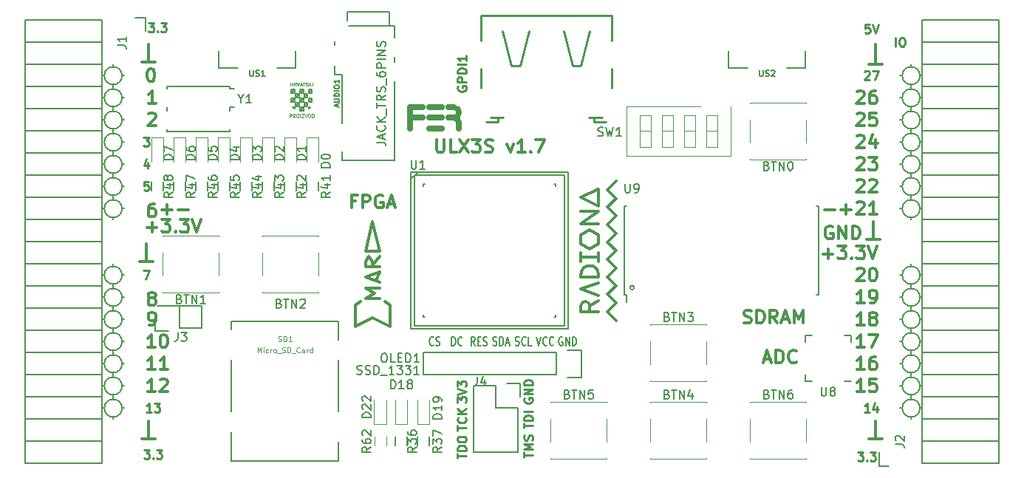
<source format=gto>
G04 #@! TF.FileFunction,Legend,Top*
%FSLAX46Y46*%
G04 Gerber Fmt 4.6, Leading zero omitted, Abs format (unit mm)*
G04 Created by KiCad (PCBNEW 4.0.7+dfsg1-1) date Sun Nov 12 22:07:03 2017*
%MOMM*%
%LPD*%
G01*
G04 APERTURE LIST*
%ADD10C,0.100000*%
%ADD11C,0.250000*%
%ADD12C,0.300000*%
%ADD13C,0.200000*%
%ADD14C,0.150000*%
%ADD15C,0.254000*%
%ADD16C,0.120000*%
%ADD17C,0.700000*%
%ADD18C,0.152400*%
%ADD19C,0.124460*%
%ADD20C,0.075000*%
G04 APERTURE END LIST*
D10*
D11*
X185016191Y-64412381D02*
X185016191Y-63412381D01*
X185682857Y-63412381D02*
X185873334Y-63412381D01*
X185968572Y-63460000D01*
X186063810Y-63555238D01*
X186111429Y-63745714D01*
X186111429Y-64079048D01*
X186063810Y-64269524D01*
X185968572Y-64364762D01*
X185873334Y-64412381D01*
X185682857Y-64412381D01*
X185587619Y-64364762D01*
X185492381Y-64269524D01*
X185444762Y-64079048D01*
X185444762Y-63745714D01*
X185492381Y-63555238D01*
X185587619Y-63460000D01*
X185682857Y-63412381D01*
D12*
X176928000Y-83117143D02*
X178070857Y-83117143D01*
X178785143Y-83117143D02*
X179928000Y-83117143D01*
X179356571Y-83688571D02*
X179356571Y-82545714D01*
D13*
X187826000Y-67770000D02*
G75*
G03X187826000Y-67770000I-1016000J0D01*
G01*
X187826000Y-70310000D02*
G75*
G03X187826000Y-70310000I-1016000J0D01*
G01*
X187826000Y-72850000D02*
G75*
G03X187826000Y-72850000I-1016000J0D01*
G01*
X187826000Y-75390000D02*
G75*
G03X187826000Y-75390000I-1016000J0D01*
G01*
X187826000Y-77930000D02*
G75*
G03X187826000Y-77930000I-1016000J0D01*
G01*
X187826000Y-80470000D02*
G75*
G03X187826000Y-80470000I-1016000J0D01*
G01*
X187826000Y-83010000D02*
G75*
G03X187826000Y-83010000I-1016000J0D01*
G01*
X187826000Y-90630000D02*
G75*
G03X187826000Y-90630000I-1016000J0D01*
G01*
X187826000Y-93170000D02*
G75*
G03X187826000Y-93170000I-1016000J0D01*
G01*
X187826000Y-95710000D02*
G75*
G03X187826000Y-95710000I-1016000J0D01*
G01*
X187826000Y-98250000D02*
G75*
G03X187826000Y-98250000I-1016000J0D01*
G01*
X187826000Y-100790000D02*
G75*
G03X187826000Y-100790000I-1016000J0D01*
G01*
X187826000Y-103330000D02*
G75*
G03X187826000Y-103330000I-1016000J0D01*
G01*
X187826000Y-105870000D02*
G75*
G03X187826000Y-105870000I-1016000J0D01*
G01*
X96386000Y-105870000D02*
G75*
G03X96386000Y-105870000I-1016000J0D01*
G01*
X96386000Y-103330000D02*
G75*
G03X96386000Y-103330000I-1016000J0D01*
G01*
X96386000Y-100790000D02*
G75*
G03X96386000Y-100790000I-1016000J0D01*
G01*
X96386000Y-98250000D02*
G75*
G03X96386000Y-98250000I-1016000J0D01*
G01*
X96386000Y-95710000D02*
G75*
G03X96386000Y-95710000I-1016000J0D01*
G01*
X96386000Y-93170000D02*
G75*
G03X96386000Y-93170000I-1016000J0D01*
G01*
X96386000Y-90630000D02*
G75*
G03X96386000Y-90630000I-1016000J0D01*
G01*
X96386000Y-83010000D02*
G75*
G03X96386000Y-83010000I-1016000J0D01*
G01*
X96386000Y-80470000D02*
G75*
G03X96386000Y-80470000I-1016000J0D01*
G01*
X96386000Y-77930000D02*
G75*
G03X96386000Y-77930000I-1016000J0D01*
G01*
X96386000Y-75390000D02*
G75*
G03X96386000Y-75390000I-1016000J0D01*
G01*
X96386000Y-72850000D02*
G75*
G03X96386000Y-72850000I-1016000J0D01*
G01*
X96386000Y-70310000D02*
G75*
G03X96386000Y-70310000I-1016000J0D01*
G01*
X96386000Y-67770000D02*
G75*
G03X96386000Y-67770000I-1016000J0D01*
G01*
D12*
X177793143Y-85054000D02*
X177650286Y-84982571D01*
X177436000Y-84982571D01*
X177221715Y-85054000D01*
X177078857Y-85196857D01*
X177007429Y-85339714D01*
X176936000Y-85625429D01*
X176936000Y-85839714D01*
X177007429Y-86125429D01*
X177078857Y-86268286D01*
X177221715Y-86411143D01*
X177436000Y-86482571D01*
X177578857Y-86482571D01*
X177793143Y-86411143D01*
X177864572Y-86339714D01*
X177864572Y-85839714D01*
X177578857Y-85839714D01*
X178507429Y-86482571D02*
X178507429Y-84982571D01*
X179364572Y-86482571D01*
X179364572Y-84982571D01*
X180078858Y-86482571D02*
X180078858Y-84982571D01*
X180436001Y-84982571D01*
X180650286Y-85054000D01*
X180793144Y-85196857D01*
X180864572Y-85339714D01*
X180936001Y-85625429D01*
X180936001Y-85839714D01*
X180864572Y-86125429D01*
X180793144Y-86268286D01*
X180650286Y-86411143D01*
X180436001Y-86482571D01*
X180078858Y-86482571D01*
X183254000Y-86566000D02*
X181730000Y-86566000D01*
X182492000Y-84534000D02*
X182492000Y-86566000D01*
X181984000Y-109426000D02*
X183508000Y-109426000D01*
X182746000Y-109426000D02*
X182746000Y-107394000D01*
D11*
X182047524Y-106322381D02*
X181476095Y-106322381D01*
X181761809Y-106322381D02*
X181761809Y-105322381D01*
X181666571Y-105465238D01*
X181571333Y-105560476D01*
X181476095Y-105608095D01*
X182904667Y-105655714D02*
X182904667Y-106322381D01*
X182666571Y-105274762D02*
X182428476Y-105989048D01*
X183047524Y-105989048D01*
X181476095Y-67317619D02*
X181523714Y-67270000D01*
X181618952Y-67222381D01*
X181857048Y-67222381D01*
X181952286Y-67270000D01*
X181999905Y-67317619D01*
X182047524Y-67412857D01*
X182047524Y-67508095D01*
X181999905Y-67650952D01*
X181428476Y-68222381D01*
X182047524Y-68222381D01*
X182380857Y-67222381D02*
X183047524Y-67222381D01*
X182618952Y-68222381D01*
D12*
X181984000Y-66500000D02*
X183508000Y-66500000D01*
X182746000Y-66500000D02*
X182746000Y-64214000D01*
X98672000Y-109426000D02*
X100196000Y-109426000D01*
X99434000Y-107394000D02*
X99434000Y-109426000D01*
D11*
X98846667Y-74842381D02*
X99465715Y-74842381D01*
X99132381Y-75223333D01*
X99275239Y-75223333D01*
X99370477Y-75270952D01*
X99418096Y-75318571D01*
X99465715Y-75413810D01*
X99465715Y-75651905D01*
X99418096Y-75747143D01*
X99370477Y-75794762D01*
X99275239Y-75842381D01*
X98989524Y-75842381D01*
X98894286Y-75794762D01*
X98846667Y-75747143D01*
X99370477Y-77715714D02*
X99370477Y-78382381D01*
X99132381Y-77334762D02*
X98894286Y-78049048D01*
X99513334Y-78049048D01*
X99418096Y-79922381D02*
X98941905Y-79922381D01*
X98894286Y-80398571D01*
X98941905Y-80350952D01*
X99037143Y-80303333D01*
X99275239Y-80303333D01*
X99370477Y-80350952D01*
X99418096Y-80398571D01*
X99465715Y-80493810D01*
X99465715Y-80731905D01*
X99418096Y-80827143D01*
X99370477Y-80874762D01*
X99275239Y-80922381D01*
X99037143Y-80922381D01*
X98941905Y-80874762D01*
X98894286Y-80827143D01*
X99751524Y-106322381D02*
X99180095Y-106322381D01*
X99465809Y-106322381D02*
X99465809Y-105322381D01*
X99370571Y-105465238D01*
X99275333Y-105560476D01*
X99180095Y-105608095D01*
X100084857Y-105322381D02*
X100703905Y-105322381D01*
X100370571Y-105703333D01*
X100513429Y-105703333D01*
X100608667Y-105750952D01*
X100656286Y-105798571D01*
X100703905Y-105893810D01*
X100703905Y-106131905D01*
X100656286Y-106227143D01*
X100608667Y-106274762D01*
X100513429Y-106322381D01*
X100227714Y-106322381D01*
X100132476Y-106274762D01*
X100084857Y-106227143D01*
X98846667Y-90082381D02*
X99513334Y-90082381D01*
X99084762Y-91082381D01*
D12*
X98418000Y-89106000D02*
X99942000Y-89106000D01*
X99180000Y-87074000D02*
X99180000Y-89106000D01*
X98672000Y-66246000D02*
X100196000Y-66246000D01*
X99434000Y-64214000D02*
X99434000Y-66246000D01*
D11*
X99402381Y-61761381D02*
X100021429Y-61761381D01*
X99688095Y-62142333D01*
X99830953Y-62142333D01*
X99926191Y-62189952D01*
X99973810Y-62237571D01*
X100021429Y-62332810D01*
X100021429Y-62570905D01*
X99973810Y-62666143D01*
X99926191Y-62713762D01*
X99830953Y-62761381D01*
X99545238Y-62761381D01*
X99450000Y-62713762D01*
X99402381Y-62666143D01*
X100450000Y-62666143D02*
X100497619Y-62713762D01*
X100450000Y-62761381D01*
X100402381Y-62713762D01*
X100450000Y-62666143D01*
X100450000Y-62761381D01*
X100830952Y-61761381D02*
X101450000Y-61761381D01*
X101116666Y-62142333D01*
X101259524Y-62142333D01*
X101354762Y-62189952D01*
X101402381Y-62237571D01*
X101450000Y-62332810D01*
X101450000Y-62570905D01*
X101402381Y-62666143D01*
X101354762Y-62713762D01*
X101259524Y-62761381D01*
X100973809Y-62761381D01*
X100878571Y-62713762D01*
X100830952Y-62666143D01*
X180682381Y-110910381D02*
X181301429Y-110910381D01*
X180968095Y-111291333D01*
X181110953Y-111291333D01*
X181206191Y-111338952D01*
X181253810Y-111386571D01*
X181301429Y-111481810D01*
X181301429Y-111719905D01*
X181253810Y-111815143D01*
X181206191Y-111862762D01*
X181110953Y-111910381D01*
X180825238Y-111910381D01*
X180730000Y-111862762D01*
X180682381Y-111815143D01*
X181730000Y-111815143D02*
X181777619Y-111862762D01*
X181730000Y-111910381D01*
X181682381Y-111862762D01*
X181730000Y-111815143D01*
X181730000Y-111910381D01*
X182110952Y-110910381D02*
X182730000Y-110910381D01*
X182396666Y-111291333D01*
X182539524Y-111291333D01*
X182634762Y-111338952D01*
X182682381Y-111386571D01*
X182730000Y-111481810D01*
X182730000Y-111719905D01*
X182682381Y-111815143D01*
X182634762Y-111862762D01*
X182539524Y-111910381D01*
X182253809Y-111910381D01*
X182158571Y-111862762D01*
X182110952Y-111815143D01*
D12*
X99228001Y-85149143D02*
X100370858Y-85149143D01*
X99799429Y-85720571D02*
X99799429Y-84577714D01*
X100942287Y-84220571D02*
X101870858Y-84220571D01*
X101370858Y-84792000D01*
X101585144Y-84792000D01*
X101728001Y-84863429D01*
X101799430Y-84934857D01*
X101870858Y-85077714D01*
X101870858Y-85434857D01*
X101799430Y-85577714D01*
X101728001Y-85649143D01*
X101585144Y-85720571D01*
X101156572Y-85720571D01*
X101013715Y-85649143D01*
X100942287Y-85577714D01*
X102513715Y-85577714D02*
X102585143Y-85649143D01*
X102513715Y-85720571D01*
X102442286Y-85649143D01*
X102513715Y-85577714D01*
X102513715Y-85720571D01*
X103085144Y-84220571D02*
X104013715Y-84220571D01*
X103513715Y-84792000D01*
X103728001Y-84792000D01*
X103870858Y-84863429D01*
X103942287Y-84934857D01*
X104013715Y-85077714D01*
X104013715Y-85434857D01*
X103942287Y-85577714D01*
X103870858Y-85649143D01*
X103728001Y-85720571D01*
X103299429Y-85720571D01*
X103156572Y-85649143D01*
X103085144Y-85577714D01*
X104442286Y-84220571D02*
X104942286Y-85720571D01*
X105442286Y-84220571D01*
D11*
X98894381Y-110656381D02*
X99513429Y-110656381D01*
X99180095Y-111037333D01*
X99322953Y-111037333D01*
X99418191Y-111084952D01*
X99465810Y-111132571D01*
X99513429Y-111227810D01*
X99513429Y-111465905D01*
X99465810Y-111561143D01*
X99418191Y-111608762D01*
X99322953Y-111656381D01*
X99037238Y-111656381D01*
X98942000Y-111608762D01*
X98894381Y-111561143D01*
X99942000Y-111561143D02*
X99989619Y-111608762D01*
X99942000Y-111656381D01*
X99894381Y-111608762D01*
X99942000Y-111561143D01*
X99942000Y-111656381D01*
X100322952Y-110656381D02*
X100942000Y-110656381D01*
X100608666Y-111037333D01*
X100751524Y-111037333D01*
X100846762Y-111084952D01*
X100894381Y-111132571D01*
X100942000Y-111227810D01*
X100942000Y-111465905D01*
X100894381Y-111561143D01*
X100846762Y-111608762D01*
X100751524Y-111656381D01*
X100465809Y-111656381D01*
X100370571Y-111608762D01*
X100322952Y-111561143D01*
X182047524Y-61888381D02*
X181571333Y-61888381D01*
X181523714Y-62364571D01*
X181571333Y-62316952D01*
X181666571Y-62269333D01*
X181904667Y-62269333D01*
X181999905Y-62316952D01*
X182047524Y-62364571D01*
X182095143Y-62459810D01*
X182095143Y-62697905D01*
X182047524Y-62793143D01*
X181999905Y-62840762D01*
X181904667Y-62888381D01*
X181666571Y-62888381D01*
X181571333Y-62840762D01*
X181523714Y-62793143D01*
X182380857Y-61888381D02*
X182714190Y-62888381D01*
X183047524Y-61888381D01*
D12*
X180587143Y-69631429D02*
X180658572Y-69560000D01*
X180801429Y-69488571D01*
X181158572Y-69488571D01*
X181301429Y-69560000D01*
X181372858Y-69631429D01*
X181444286Y-69774286D01*
X181444286Y-69917143D01*
X181372858Y-70131429D01*
X180515715Y-70988571D01*
X181444286Y-70988571D01*
X182730000Y-69488571D02*
X182444286Y-69488571D01*
X182301429Y-69560000D01*
X182230000Y-69631429D01*
X182087143Y-69845714D01*
X182015714Y-70131429D01*
X182015714Y-70702857D01*
X182087143Y-70845714D01*
X182158571Y-70917143D01*
X182301429Y-70988571D01*
X182587143Y-70988571D01*
X182730000Y-70917143D01*
X182801429Y-70845714D01*
X182872857Y-70702857D01*
X182872857Y-70345714D01*
X182801429Y-70202857D01*
X182730000Y-70131429D01*
X182587143Y-70060000D01*
X182301429Y-70060000D01*
X182158571Y-70131429D01*
X182087143Y-70202857D01*
X182015714Y-70345714D01*
X180587143Y-72171429D02*
X180658572Y-72100000D01*
X180801429Y-72028571D01*
X181158572Y-72028571D01*
X181301429Y-72100000D01*
X181372858Y-72171429D01*
X181444286Y-72314286D01*
X181444286Y-72457143D01*
X181372858Y-72671429D01*
X180515715Y-73528571D01*
X181444286Y-73528571D01*
X182801429Y-72028571D02*
X182087143Y-72028571D01*
X182015714Y-72742857D01*
X182087143Y-72671429D01*
X182230000Y-72600000D01*
X182587143Y-72600000D01*
X182730000Y-72671429D01*
X182801429Y-72742857D01*
X182872857Y-72885714D01*
X182872857Y-73242857D01*
X182801429Y-73385714D01*
X182730000Y-73457143D01*
X182587143Y-73528571D01*
X182230000Y-73528571D01*
X182087143Y-73457143D01*
X182015714Y-73385714D01*
X180587143Y-74711429D02*
X180658572Y-74640000D01*
X180801429Y-74568571D01*
X181158572Y-74568571D01*
X181301429Y-74640000D01*
X181372858Y-74711429D01*
X181444286Y-74854286D01*
X181444286Y-74997143D01*
X181372858Y-75211429D01*
X180515715Y-76068571D01*
X181444286Y-76068571D01*
X182730000Y-75068571D02*
X182730000Y-76068571D01*
X182372857Y-74497143D02*
X182015714Y-75568571D01*
X182944286Y-75568571D01*
X180587143Y-77251429D02*
X180658572Y-77180000D01*
X180801429Y-77108571D01*
X181158572Y-77108571D01*
X181301429Y-77180000D01*
X181372858Y-77251429D01*
X181444286Y-77394286D01*
X181444286Y-77537143D01*
X181372858Y-77751429D01*
X180515715Y-78608571D01*
X181444286Y-78608571D01*
X181944286Y-77108571D02*
X182872857Y-77108571D01*
X182372857Y-77680000D01*
X182587143Y-77680000D01*
X182730000Y-77751429D01*
X182801429Y-77822857D01*
X182872857Y-77965714D01*
X182872857Y-78322857D01*
X182801429Y-78465714D01*
X182730000Y-78537143D01*
X182587143Y-78608571D01*
X182158571Y-78608571D01*
X182015714Y-78537143D01*
X181944286Y-78465714D01*
X180587143Y-79791429D02*
X180658572Y-79720000D01*
X180801429Y-79648571D01*
X181158572Y-79648571D01*
X181301429Y-79720000D01*
X181372858Y-79791429D01*
X181444286Y-79934286D01*
X181444286Y-80077143D01*
X181372858Y-80291429D01*
X180515715Y-81148571D01*
X181444286Y-81148571D01*
X182015714Y-79791429D02*
X182087143Y-79720000D01*
X182230000Y-79648571D01*
X182587143Y-79648571D01*
X182730000Y-79720000D01*
X182801429Y-79791429D01*
X182872857Y-79934286D01*
X182872857Y-80077143D01*
X182801429Y-80291429D01*
X181944286Y-81148571D01*
X182872857Y-81148571D01*
X180587143Y-82331429D02*
X180658572Y-82260000D01*
X180801429Y-82188571D01*
X181158572Y-82188571D01*
X181301429Y-82260000D01*
X181372858Y-82331429D01*
X181444286Y-82474286D01*
X181444286Y-82617143D01*
X181372858Y-82831429D01*
X180515715Y-83688571D01*
X181444286Y-83688571D01*
X182872857Y-83688571D02*
X182015714Y-83688571D01*
X182444286Y-83688571D02*
X182444286Y-82188571D01*
X182301429Y-82402857D01*
X182158571Y-82545714D01*
X182015714Y-82617143D01*
X176698001Y-88197143D02*
X177840858Y-88197143D01*
X177269429Y-88768571D02*
X177269429Y-87625714D01*
X178412287Y-87268571D02*
X179340858Y-87268571D01*
X178840858Y-87840000D01*
X179055144Y-87840000D01*
X179198001Y-87911429D01*
X179269430Y-87982857D01*
X179340858Y-88125714D01*
X179340858Y-88482857D01*
X179269430Y-88625714D01*
X179198001Y-88697143D01*
X179055144Y-88768571D01*
X178626572Y-88768571D01*
X178483715Y-88697143D01*
X178412287Y-88625714D01*
X179983715Y-88625714D02*
X180055143Y-88697143D01*
X179983715Y-88768571D01*
X179912286Y-88697143D01*
X179983715Y-88625714D01*
X179983715Y-88768571D01*
X180555144Y-87268571D02*
X181483715Y-87268571D01*
X180983715Y-87840000D01*
X181198001Y-87840000D01*
X181340858Y-87911429D01*
X181412287Y-87982857D01*
X181483715Y-88125714D01*
X181483715Y-88482857D01*
X181412287Y-88625714D01*
X181340858Y-88697143D01*
X181198001Y-88768571D01*
X180769429Y-88768571D01*
X180626572Y-88697143D01*
X180555144Y-88625714D01*
X181912286Y-87268571D02*
X182412286Y-88768571D01*
X182912286Y-87268571D01*
X180587143Y-89951429D02*
X180658572Y-89880000D01*
X180801429Y-89808571D01*
X181158572Y-89808571D01*
X181301429Y-89880000D01*
X181372858Y-89951429D01*
X181444286Y-90094286D01*
X181444286Y-90237143D01*
X181372858Y-90451429D01*
X180515715Y-91308571D01*
X181444286Y-91308571D01*
X182372857Y-89808571D02*
X182515714Y-89808571D01*
X182658571Y-89880000D01*
X182730000Y-89951429D01*
X182801429Y-90094286D01*
X182872857Y-90380000D01*
X182872857Y-90737143D01*
X182801429Y-91022857D01*
X182730000Y-91165714D01*
X182658571Y-91237143D01*
X182515714Y-91308571D01*
X182372857Y-91308571D01*
X182230000Y-91237143D01*
X182158571Y-91165714D01*
X182087143Y-91022857D01*
X182015714Y-90737143D01*
X182015714Y-90380000D01*
X182087143Y-90094286D01*
X182158571Y-89951429D01*
X182230000Y-89880000D01*
X182372857Y-89808571D01*
X181444286Y-93848571D02*
X180587143Y-93848571D01*
X181015715Y-93848571D02*
X181015715Y-92348571D01*
X180872858Y-92562857D01*
X180730000Y-92705714D01*
X180587143Y-92777143D01*
X182158571Y-93848571D02*
X182444286Y-93848571D01*
X182587143Y-93777143D01*
X182658571Y-93705714D01*
X182801429Y-93491429D01*
X182872857Y-93205714D01*
X182872857Y-92634286D01*
X182801429Y-92491429D01*
X182730000Y-92420000D01*
X182587143Y-92348571D01*
X182301429Y-92348571D01*
X182158571Y-92420000D01*
X182087143Y-92491429D01*
X182015714Y-92634286D01*
X182015714Y-92991429D01*
X182087143Y-93134286D01*
X182158571Y-93205714D01*
X182301429Y-93277143D01*
X182587143Y-93277143D01*
X182730000Y-93205714D01*
X182801429Y-93134286D01*
X182872857Y-92991429D01*
X181444286Y-96388571D02*
X180587143Y-96388571D01*
X181015715Y-96388571D02*
X181015715Y-94888571D01*
X180872858Y-95102857D01*
X180730000Y-95245714D01*
X180587143Y-95317143D01*
X182301429Y-95531429D02*
X182158571Y-95460000D01*
X182087143Y-95388571D01*
X182015714Y-95245714D01*
X182015714Y-95174286D01*
X182087143Y-95031429D01*
X182158571Y-94960000D01*
X182301429Y-94888571D01*
X182587143Y-94888571D01*
X182730000Y-94960000D01*
X182801429Y-95031429D01*
X182872857Y-95174286D01*
X182872857Y-95245714D01*
X182801429Y-95388571D01*
X182730000Y-95460000D01*
X182587143Y-95531429D01*
X182301429Y-95531429D01*
X182158571Y-95602857D01*
X182087143Y-95674286D01*
X182015714Y-95817143D01*
X182015714Y-96102857D01*
X182087143Y-96245714D01*
X182158571Y-96317143D01*
X182301429Y-96388571D01*
X182587143Y-96388571D01*
X182730000Y-96317143D01*
X182801429Y-96245714D01*
X182872857Y-96102857D01*
X182872857Y-95817143D01*
X182801429Y-95674286D01*
X182730000Y-95602857D01*
X182587143Y-95531429D01*
X181444286Y-98928571D02*
X180587143Y-98928571D01*
X181015715Y-98928571D02*
X181015715Y-97428571D01*
X180872858Y-97642857D01*
X180730000Y-97785714D01*
X180587143Y-97857143D01*
X181944286Y-97428571D02*
X182944286Y-97428571D01*
X182301429Y-98928571D01*
X181444286Y-101468571D02*
X180587143Y-101468571D01*
X181015715Y-101468571D02*
X181015715Y-99968571D01*
X180872858Y-100182857D01*
X180730000Y-100325714D01*
X180587143Y-100397143D01*
X182730000Y-99968571D02*
X182444286Y-99968571D01*
X182301429Y-100040000D01*
X182230000Y-100111429D01*
X182087143Y-100325714D01*
X182015714Y-100611429D01*
X182015714Y-101182857D01*
X182087143Y-101325714D01*
X182158571Y-101397143D01*
X182301429Y-101468571D01*
X182587143Y-101468571D01*
X182730000Y-101397143D01*
X182801429Y-101325714D01*
X182872857Y-101182857D01*
X182872857Y-100825714D01*
X182801429Y-100682857D01*
X182730000Y-100611429D01*
X182587143Y-100540000D01*
X182301429Y-100540000D01*
X182158571Y-100611429D01*
X182087143Y-100682857D01*
X182015714Y-100825714D01*
X181444286Y-104008571D02*
X180587143Y-104008571D01*
X181015715Y-104008571D02*
X181015715Y-102508571D01*
X180872858Y-102722857D01*
X180730000Y-102865714D01*
X180587143Y-102937143D01*
X182801429Y-102508571D02*
X182087143Y-102508571D01*
X182015714Y-103222857D01*
X182087143Y-103151429D01*
X182230000Y-103080000D01*
X182587143Y-103080000D01*
X182730000Y-103151429D01*
X182801429Y-103222857D01*
X182872857Y-103365714D01*
X182872857Y-103722857D01*
X182801429Y-103865714D01*
X182730000Y-103937143D01*
X182587143Y-104008571D01*
X182230000Y-104008571D01*
X182087143Y-103937143D01*
X182015714Y-103865714D01*
D13*
X186810000Y-66500000D02*
X186810000Y-66754000D01*
X187826000Y-67770000D02*
X188080000Y-67770000D01*
X185540000Y-67770000D02*
X185794000Y-67770000D01*
X186810000Y-69294000D02*
X186810000Y-68786000D01*
X187826000Y-70310000D02*
X188080000Y-70310000D01*
X185540000Y-70310000D02*
X185794000Y-70310000D01*
X186810000Y-71326000D02*
X186810000Y-71834000D01*
X187826000Y-72850000D02*
X188080000Y-72850000D01*
X185540000Y-72850000D02*
X185794000Y-72850000D01*
X186810000Y-73866000D02*
X186810000Y-74374000D01*
X187826000Y-75390000D02*
X188080000Y-75390000D01*
X185540000Y-75390000D02*
X185794000Y-75390000D01*
X186810000Y-76406000D02*
X186810000Y-76914000D01*
X187826000Y-77930000D02*
X188080000Y-77930000D01*
X185540000Y-77930000D02*
X185794000Y-77930000D01*
X186810000Y-79454000D02*
X186810000Y-78946000D01*
X187826000Y-80470000D02*
X188080000Y-80470000D01*
X185540000Y-80470000D02*
X185794000Y-80470000D01*
X186810000Y-81994000D02*
X186810000Y-81486000D01*
X187826000Y-83010000D02*
X188080000Y-83010000D01*
X185540000Y-83010000D02*
X185794000Y-83010000D01*
X186810000Y-84026000D02*
X186810000Y-84280000D01*
X186810000Y-89360000D02*
X186810000Y-89614000D01*
X187826000Y-90630000D02*
X188080000Y-90630000D01*
X185540000Y-90630000D02*
X185794000Y-90630000D01*
X186810000Y-91646000D02*
X186810000Y-92154000D01*
X187826000Y-93170000D02*
X188080000Y-93170000D01*
X185540000Y-93170000D02*
X185794000Y-93170000D01*
X186810000Y-94186000D02*
X186810000Y-94694000D01*
X187826000Y-95710000D02*
X188080000Y-95710000D01*
X185540000Y-95710000D02*
X185794000Y-95710000D01*
X186810000Y-97234000D02*
X186810000Y-96726000D01*
X187826000Y-98250000D02*
X188080000Y-98250000D01*
X185540000Y-98250000D02*
X185794000Y-98250000D01*
X187826000Y-100790000D02*
X188080000Y-100790000D01*
X185540000Y-100790000D02*
X185794000Y-100790000D01*
X186810000Y-99266000D02*
X186810000Y-99774000D01*
X186810000Y-102314000D02*
X186810000Y-101806000D01*
X187826000Y-103330000D02*
X188080000Y-103330000D01*
X185540000Y-103330000D02*
X185794000Y-103330000D01*
X186810000Y-104346000D02*
X186810000Y-104854000D01*
X185540000Y-105870000D02*
X185794000Y-105870000D01*
X187826000Y-105870000D02*
X188080000Y-105870000D01*
X186810000Y-106886000D02*
X186810000Y-107140000D01*
X95370000Y-66754000D02*
X95370000Y-66500000D01*
X96386000Y-67770000D02*
X96640000Y-67770000D01*
X94100000Y-67770000D02*
X94354000Y-67770000D01*
X95370000Y-68786000D02*
X95370000Y-69294000D01*
X96386000Y-70310000D02*
X96640000Y-70310000D01*
X94100000Y-70310000D02*
X94354000Y-70310000D01*
X95370000Y-71326000D02*
X95370000Y-71834000D01*
X96386000Y-72850000D02*
X96640000Y-72850000D01*
X94100000Y-72850000D02*
X94354000Y-72850000D01*
X95370000Y-73866000D02*
X95370000Y-74374000D01*
X96386000Y-75390000D02*
X96640000Y-75390000D01*
X95370000Y-76406000D02*
X95370000Y-76914000D01*
X96386000Y-77930000D02*
X96640000Y-77930000D01*
X94100000Y-77930000D02*
X94354000Y-77930000D01*
X95370000Y-79454000D02*
X95370000Y-78946000D01*
X96386000Y-80470000D02*
X96640000Y-80470000D01*
X94100000Y-80470000D02*
X94354000Y-80470000D01*
X95370000Y-81486000D02*
X95370000Y-81994000D01*
X96386000Y-83010000D02*
X96640000Y-83010000D01*
X95370000Y-84026000D02*
X95370000Y-84280000D01*
X94100000Y-83010000D02*
X94354000Y-83010000D01*
X95370000Y-106886000D02*
X95370000Y-107140000D01*
X95370000Y-89360000D02*
X95370000Y-89614000D01*
X96386000Y-93170000D02*
X96640000Y-93170000D01*
X94100000Y-93170000D02*
X94354000Y-93170000D01*
X95370000Y-94186000D02*
X95370000Y-94694000D01*
X94100000Y-90630000D02*
X94354000Y-90630000D01*
X96386000Y-90630000D02*
X96640000Y-90630000D01*
X95370000Y-92154000D02*
X95370000Y-91646000D01*
X96386000Y-95710000D02*
X96640000Y-95710000D01*
X94100000Y-95710000D02*
X94354000Y-95710000D01*
X96386000Y-98250000D02*
X96640000Y-98250000D01*
X94354000Y-98250000D02*
X94100000Y-98250000D01*
X95370000Y-96726000D02*
X95370000Y-97234000D01*
X95370000Y-99266000D02*
X95370000Y-99774000D01*
X94100000Y-100790000D02*
X94354000Y-100790000D01*
X96386000Y-100790000D02*
X96640000Y-100790000D01*
X94100000Y-103330000D02*
X94354000Y-103330000D01*
X96386000Y-103330000D02*
X96640000Y-103330000D01*
X95370000Y-101806000D02*
X95370000Y-102314000D01*
X95370000Y-104346000D02*
X95370000Y-104854000D01*
X96386000Y-105870000D02*
X96640000Y-105870000D01*
X94100000Y-105870000D02*
X94354000Y-105870000D01*
D12*
X100982000Y-83117143D02*
X102124857Y-83117143D01*
X101553428Y-83688571D02*
X101553428Y-82545714D01*
X102839143Y-83117143D02*
X103982000Y-83117143D01*
X100164286Y-104008571D02*
X99307143Y-104008571D01*
X99735715Y-104008571D02*
X99735715Y-102508571D01*
X99592858Y-102722857D01*
X99450000Y-102865714D01*
X99307143Y-102937143D01*
X100735714Y-102651429D02*
X100807143Y-102580000D01*
X100950000Y-102508571D01*
X101307143Y-102508571D01*
X101450000Y-102580000D01*
X101521429Y-102651429D01*
X101592857Y-102794286D01*
X101592857Y-102937143D01*
X101521429Y-103151429D01*
X100664286Y-104008571D01*
X101592857Y-104008571D01*
X100164286Y-101468571D02*
X99307143Y-101468571D01*
X99735715Y-101468571D02*
X99735715Y-99968571D01*
X99592858Y-100182857D01*
X99450000Y-100325714D01*
X99307143Y-100397143D01*
X101592857Y-101468571D02*
X100735714Y-101468571D01*
X101164286Y-101468571D02*
X101164286Y-99968571D01*
X101021429Y-100182857D01*
X100878571Y-100325714D01*
X100735714Y-100397143D01*
X100164286Y-98928571D02*
X99307143Y-98928571D01*
X99735715Y-98928571D02*
X99735715Y-97428571D01*
X99592858Y-97642857D01*
X99450000Y-97785714D01*
X99307143Y-97857143D01*
X101092857Y-97428571D02*
X101235714Y-97428571D01*
X101378571Y-97500000D01*
X101450000Y-97571429D01*
X101521429Y-97714286D01*
X101592857Y-98000000D01*
X101592857Y-98357143D01*
X101521429Y-98642857D01*
X101450000Y-98785714D01*
X101378571Y-98857143D01*
X101235714Y-98928571D01*
X101092857Y-98928571D01*
X100950000Y-98857143D01*
X100878571Y-98785714D01*
X100807143Y-98642857D01*
X100735714Y-98357143D01*
X100735714Y-98000000D01*
X100807143Y-97714286D01*
X100878571Y-97571429D01*
X100950000Y-97500000D01*
X101092857Y-97428571D01*
X99529286Y-96388571D02*
X99815001Y-96388571D01*
X99957858Y-96317143D01*
X100029286Y-96245714D01*
X100172144Y-96031429D01*
X100243572Y-95745714D01*
X100243572Y-95174286D01*
X100172144Y-95031429D01*
X100100715Y-94960000D01*
X99957858Y-94888571D01*
X99672144Y-94888571D01*
X99529286Y-94960000D01*
X99457858Y-95031429D01*
X99386429Y-95174286D01*
X99386429Y-95531429D01*
X99457858Y-95674286D01*
X99529286Y-95745714D01*
X99672144Y-95817143D01*
X99957858Y-95817143D01*
X100100715Y-95745714D01*
X100172144Y-95674286D01*
X100243572Y-95531429D01*
X99672144Y-93245429D02*
X99529286Y-93174000D01*
X99457858Y-93102571D01*
X99386429Y-92959714D01*
X99386429Y-92888286D01*
X99457858Y-92745429D01*
X99529286Y-92674000D01*
X99672144Y-92602571D01*
X99957858Y-92602571D01*
X100100715Y-92674000D01*
X100172144Y-92745429D01*
X100243572Y-92888286D01*
X100243572Y-92959714D01*
X100172144Y-93102571D01*
X100100715Y-93174000D01*
X99957858Y-93245429D01*
X99672144Y-93245429D01*
X99529286Y-93316857D01*
X99457858Y-93388286D01*
X99386429Y-93531143D01*
X99386429Y-93816857D01*
X99457858Y-93959714D01*
X99529286Y-94031143D01*
X99672144Y-94102571D01*
X99957858Y-94102571D01*
X100100715Y-94031143D01*
X100172144Y-93959714D01*
X100243572Y-93816857D01*
X100243572Y-93531143D01*
X100172144Y-93388286D01*
X100100715Y-93316857D01*
X99957858Y-93245429D01*
X100100715Y-82442571D02*
X99815001Y-82442571D01*
X99672144Y-82514000D01*
X99600715Y-82585429D01*
X99457858Y-82799714D01*
X99386429Y-83085429D01*
X99386429Y-83656857D01*
X99457858Y-83799714D01*
X99529286Y-83871143D01*
X99672144Y-83942571D01*
X99957858Y-83942571D01*
X100100715Y-83871143D01*
X100172144Y-83799714D01*
X100243572Y-83656857D01*
X100243572Y-83299714D01*
X100172144Y-83156857D01*
X100100715Y-83085429D01*
X99957858Y-83014000D01*
X99672144Y-83014000D01*
X99529286Y-83085429D01*
X99457858Y-83156857D01*
X99386429Y-83299714D01*
X99386429Y-72171429D02*
X99457858Y-72100000D01*
X99600715Y-72028571D01*
X99957858Y-72028571D01*
X100100715Y-72100000D01*
X100172144Y-72171429D01*
X100243572Y-72314286D01*
X100243572Y-72457143D01*
X100172144Y-72671429D01*
X99315001Y-73528571D01*
X100243572Y-73528571D01*
X100243572Y-70988571D02*
X99386429Y-70988571D01*
X99815001Y-70988571D02*
X99815001Y-69488571D01*
X99672144Y-69702857D01*
X99529286Y-69845714D01*
X99386429Y-69917143D01*
X99616572Y-66948571D02*
X99759429Y-66948571D01*
X99902286Y-67020000D01*
X99973715Y-67091429D01*
X100045144Y-67234286D01*
X100116572Y-67520000D01*
X100116572Y-67877143D01*
X100045144Y-68162857D01*
X99973715Y-68305714D01*
X99902286Y-68377143D01*
X99759429Y-68448571D01*
X99616572Y-68448571D01*
X99473715Y-68377143D01*
X99402286Y-68305714D01*
X99330858Y-68162857D01*
X99259429Y-67877143D01*
X99259429Y-67520000D01*
X99330858Y-67234286D01*
X99402286Y-67091429D01*
X99473715Y-67020000D01*
X99616572Y-66948571D01*
X132442858Y-75076571D02*
X132442858Y-76290857D01*
X132514286Y-76433714D01*
X132585715Y-76505143D01*
X132728572Y-76576571D01*
X133014286Y-76576571D01*
X133157144Y-76505143D01*
X133228572Y-76433714D01*
X133300001Y-76290857D01*
X133300001Y-75076571D01*
X134728573Y-76576571D02*
X134014287Y-76576571D01*
X134014287Y-75076571D01*
X135085716Y-75076571D02*
X136085716Y-76576571D01*
X136085716Y-75076571D02*
X135085716Y-76576571D01*
X136514287Y-75076571D02*
X137442858Y-75076571D01*
X136942858Y-75648000D01*
X137157144Y-75648000D01*
X137300001Y-75719429D01*
X137371430Y-75790857D01*
X137442858Y-75933714D01*
X137442858Y-76290857D01*
X137371430Y-76433714D01*
X137300001Y-76505143D01*
X137157144Y-76576571D01*
X136728572Y-76576571D01*
X136585715Y-76505143D01*
X136514287Y-76433714D01*
X138014286Y-76505143D02*
X138228572Y-76576571D01*
X138585715Y-76576571D01*
X138728572Y-76505143D01*
X138800001Y-76433714D01*
X138871429Y-76290857D01*
X138871429Y-76148000D01*
X138800001Y-76005143D01*
X138728572Y-75933714D01*
X138585715Y-75862286D01*
X138300001Y-75790857D01*
X138157143Y-75719429D01*
X138085715Y-75648000D01*
X138014286Y-75505143D01*
X138014286Y-75362286D01*
X138085715Y-75219429D01*
X138157143Y-75148000D01*
X138300001Y-75076571D01*
X138657143Y-75076571D01*
X138871429Y-75148000D01*
X140514286Y-75576571D02*
X140871429Y-76576571D01*
X141228571Y-75576571D01*
X142585714Y-76576571D02*
X141728571Y-76576571D01*
X142157143Y-76576571D02*
X142157143Y-75076571D01*
X142014286Y-75290857D01*
X141871428Y-75433714D01*
X141728571Y-75505143D01*
X143228571Y-76433714D02*
X143299999Y-76505143D01*
X143228571Y-76576571D01*
X143157142Y-76505143D01*
X143228571Y-76433714D01*
X143228571Y-76576571D01*
X143800000Y-75076571D02*
X144800000Y-75076571D01*
X144157143Y-76576571D01*
X123159429Y-82140857D02*
X122659429Y-82140857D01*
X122659429Y-82926571D02*
X122659429Y-81426571D01*
X123373715Y-81426571D01*
X123945143Y-82926571D02*
X123945143Y-81426571D01*
X124516571Y-81426571D01*
X124659429Y-81498000D01*
X124730857Y-81569429D01*
X124802286Y-81712286D01*
X124802286Y-81926571D01*
X124730857Y-82069429D01*
X124659429Y-82140857D01*
X124516571Y-82212286D01*
X123945143Y-82212286D01*
X126230857Y-81498000D02*
X126088000Y-81426571D01*
X125873714Y-81426571D01*
X125659429Y-81498000D01*
X125516571Y-81640857D01*
X125445143Y-81783714D01*
X125373714Y-82069429D01*
X125373714Y-82283714D01*
X125445143Y-82569429D01*
X125516571Y-82712286D01*
X125659429Y-82855143D01*
X125873714Y-82926571D01*
X126016571Y-82926571D01*
X126230857Y-82855143D01*
X126302286Y-82783714D01*
X126302286Y-82283714D01*
X126016571Y-82283714D01*
X126873714Y-82498000D02*
X127588000Y-82498000D01*
X126730857Y-82926571D02*
X127230857Y-81426571D01*
X127730857Y-82926571D01*
X167633429Y-96063143D02*
X167847715Y-96134571D01*
X168204858Y-96134571D01*
X168347715Y-96063143D01*
X168419144Y-95991714D01*
X168490572Y-95848857D01*
X168490572Y-95706000D01*
X168419144Y-95563143D01*
X168347715Y-95491714D01*
X168204858Y-95420286D01*
X167919144Y-95348857D01*
X167776286Y-95277429D01*
X167704858Y-95206000D01*
X167633429Y-95063143D01*
X167633429Y-94920286D01*
X167704858Y-94777429D01*
X167776286Y-94706000D01*
X167919144Y-94634571D01*
X168276286Y-94634571D01*
X168490572Y-94706000D01*
X169133429Y-96134571D02*
X169133429Y-94634571D01*
X169490572Y-94634571D01*
X169704857Y-94706000D01*
X169847715Y-94848857D01*
X169919143Y-94991714D01*
X169990572Y-95277429D01*
X169990572Y-95491714D01*
X169919143Y-95777429D01*
X169847715Y-95920286D01*
X169704857Y-96063143D01*
X169490572Y-96134571D01*
X169133429Y-96134571D01*
X171490572Y-96134571D02*
X170990572Y-95420286D01*
X170633429Y-96134571D02*
X170633429Y-94634571D01*
X171204857Y-94634571D01*
X171347715Y-94706000D01*
X171419143Y-94777429D01*
X171490572Y-94920286D01*
X171490572Y-95134571D01*
X171419143Y-95277429D01*
X171347715Y-95348857D01*
X171204857Y-95420286D01*
X170633429Y-95420286D01*
X172062000Y-95706000D02*
X172776286Y-95706000D01*
X171919143Y-96134571D02*
X172419143Y-94634571D01*
X172919143Y-96134571D01*
X173419143Y-96134571D02*
X173419143Y-94634571D01*
X173919143Y-95706000D01*
X174419143Y-94634571D01*
X174419143Y-96134571D01*
X169966857Y-100278000D02*
X170681143Y-100278000D01*
X169824000Y-100706571D02*
X170324000Y-99206571D01*
X170824000Y-100706571D01*
X171324000Y-100706571D02*
X171324000Y-99206571D01*
X171681143Y-99206571D01*
X171895428Y-99278000D01*
X172038286Y-99420857D01*
X172109714Y-99563714D01*
X172181143Y-99849429D01*
X172181143Y-100063714D01*
X172109714Y-100349429D01*
X172038286Y-100492286D01*
X171895428Y-100635143D01*
X171681143Y-100706571D01*
X171324000Y-100706571D01*
X173681143Y-100563714D02*
X173609714Y-100635143D01*
X173395428Y-100706571D01*
X173252571Y-100706571D01*
X173038286Y-100635143D01*
X172895428Y-100492286D01*
X172824000Y-100349429D01*
X172752571Y-100063714D01*
X172752571Y-99849429D01*
X172824000Y-99563714D01*
X172895428Y-99420857D01*
X173038286Y-99278000D01*
X173252571Y-99206571D01*
X173395428Y-99206571D01*
X173609714Y-99278000D01*
X173681143Y-99349429D01*
D11*
X142447381Y-111521333D02*
X142447381Y-110949904D01*
X143447381Y-111235619D02*
X142447381Y-111235619D01*
X143447381Y-110616571D02*
X142447381Y-110616571D01*
X143161667Y-110283237D01*
X142447381Y-109949904D01*
X143447381Y-109949904D01*
X143399762Y-109521333D02*
X143447381Y-109378476D01*
X143447381Y-109140380D01*
X143399762Y-109045142D01*
X143352143Y-108997523D01*
X143256905Y-108949904D01*
X143161667Y-108949904D01*
X143066429Y-108997523D01*
X143018810Y-109045142D01*
X142971190Y-109140380D01*
X142923571Y-109330857D01*
X142875952Y-109426095D01*
X142828333Y-109473714D01*
X142733095Y-109521333D01*
X142637857Y-109521333D01*
X142542619Y-109473714D01*
X142495000Y-109426095D01*
X142447381Y-109330857D01*
X142447381Y-109092761D01*
X142495000Y-108949904D01*
X142447381Y-108163809D02*
X142447381Y-107592380D01*
X143447381Y-107878095D02*
X142447381Y-107878095D01*
X143447381Y-107259047D02*
X142447381Y-107259047D01*
X142447381Y-107020952D01*
X142495000Y-106878094D01*
X142590238Y-106782856D01*
X142685476Y-106735237D01*
X142875952Y-106687618D01*
X143018810Y-106687618D01*
X143209286Y-106735237D01*
X143304524Y-106782856D01*
X143399762Y-106878094D01*
X143447381Y-107020952D01*
X143447381Y-107259047D01*
X143447381Y-106259047D02*
X142447381Y-106259047D01*
X142495000Y-104726904D02*
X142447381Y-104822142D01*
X142447381Y-104964999D01*
X142495000Y-105107857D01*
X142590238Y-105203095D01*
X142685476Y-105250714D01*
X142875952Y-105298333D01*
X143018810Y-105298333D01*
X143209286Y-105250714D01*
X143304524Y-105203095D01*
X143399762Y-105107857D01*
X143447381Y-104964999D01*
X143447381Y-104869761D01*
X143399762Y-104726904D01*
X143352143Y-104679285D01*
X143018810Y-104679285D01*
X143018810Y-104869761D01*
X143447381Y-104250714D02*
X142447381Y-104250714D01*
X143447381Y-103679285D01*
X142447381Y-103679285D01*
X143447381Y-103203095D02*
X142447381Y-103203095D01*
X142447381Y-102965000D01*
X142495000Y-102822142D01*
X142590238Y-102726904D01*
X142685476Y-102679285D01*
X142875952Y-102631666D01*
X143018810Y-102631666D01*
X143209286Y-102679285D01*
X143304524Y-102726904D01*
X143399762Y-102822142D01*
X143447381Y-102965000D01*
X143447381Y-103203095D01*
X134827381Y-111624524D02*
X134827381Y-111053095D01*
X135827381Y-111338810D02*
X134827381Y-111338810D01*
X135827381Y-110719762D02*
X134827381Y-110719762D01*
X134827381Y-110481667D01*
X134875000Y-110338809D01*
X134970238Y-110243571D01*
X135065476Y-110195952D01*
X135255952Y-110148333D01*
X135398810Y-110148333D01*
X135589286Y-110195952D01*
X135684524Y-110243571D01*
X135779762Y-110338809D01*
X135827381Y-110481667D01*
X135827381Y-110719762D01*
X134827381Y-109529286D02*
X134827381Y-109338809D01*
X134875000Y-109243571D01*
X134970238Y-109148333D01*
X135160714Y-109100714D01*
X135494048Y-109100714D01*
X135684524Y-109148333D01*
X135779762Y-109243571D01*
X135827381Y-109338809D01*
X135827381Y-109529286D01*
X135779762Y-109624524D01*
X135684524Y-109719762D01*
X135494048Y-109767381D01*
X135160714Y-109767381D01*
X134970238Y-109719762D01*
X134875000Y-109624524D01*
X134827381Y-109529286D01*
X134827381Y-108425714D02*
X134827381Y-107854285D01*
X135827381Y-108140000D02*
X134827381Y-108140000D01*
X135732143Y-106949523D02*
X135779762Y-106997142D01*
X135827381Y-107139999D01*
X135827381Y-107235237D01*
X135779762Y-107378095D01*
X135684524Y-107473333D01*
X135589286Y-107520952D01*
X135398810Y-107568571D01*
X135255952Y-107568571D01*
X135065476Y-107520952D01*
X134970238Y-107473333D01*
X134875000Y-107378095D01*
X134827381Y-107235237D01*
X134827381Y-107139999D01*
X134875000Y-106997142D01*
X134922619Y-106949523D01*
X135827381Y-106520952D02*
X134827381Y-106520952D01*
X135827381Y-105949523D02*
X135255952Y-106378095D01*
X134827381Y-105949523D02*
X135398810Y-106520952D01*
X134827381Y-105203095D02*
X134827381Y-104584047D01*
X135208333Y-104917381D01*
X135208333Y-104774523D01*
X135255952Y-104679285D01*
X135303571Y-104631666D01*
X135398810Y-104584047D01*
X135636905Y-104584047D01*
X135732143Y-104631666D01*
X135779762Y-104679285D01*
X135827381Y-104774523D01*
X135827381Y-105060238D01*
X135779762Y-105155476D01*
X135732143Y-105203095D01*
X134827381Y-104298333D02*
X135827381Y-103965000D01*
X134827381Y-103631666D01*
X134827381Y-103393571D02*
X134827381Y-102774523D01*
X135208333Y-103107857D01*
X135208333Y-102964999D01*
X135255952Y-102869761D01*
X135303571Y-102822142D01*
X135398810Y-102774523D01*
X135636905Y-102774523D01*
X135732143Y-102822142D01*
X135779762Y-102869761D01*
X135827381Y-102964999D01*
X135827381Y-103250714D01*
X135779762Y-103345952D01*
X135732143Y-103393571D01*
D14*
X85270000Y-112220000D02*
X94100000Y-112220000D01*
X85270000Y-109680000D02*
X85270000Y-112220000D01*
X94100000Y-109680000D02*
X94100000Y-112220000D01*
X94100000Y-112220000D02*
X85270000Y-112220000D01*
X94100000Y-109680000D02*
X85270000Y-109680000D01*
X94100000Y-107140000D02*
X94100000Y-109680000D01*
X85270000Y-107140000D02*
X85270000Y-109680000D01*
X85270000Y-109680000D02*
X94100000Y-109680000D01*
X85270000Y-91900000D02*
X94100000Y-91900000D01*
X85270000Y-89360000D02*
X85270000Y-91900000D01*
X94100000Y-89360000D02*
X94100000Y-91900000D01*
X94100000Y-91900000D02*
X85270000Y-91900000D01*
X94100000Y-94440000D02*
X85270000Y-94440000D01*
X94100000Y-91900000D02*
X94100000Y-94440000D01*
X85270000Y-91900000D02*
X85270000Y-94440000D01*
X85270000Y-94440000D02*
X94100000Y-94440000D01*
X85270000Y-107140000D02*
X94100000Y-107140000D01*
X85270000Y-104600000D02*
X85270000Y-107140000D01*
X94100000Y-104600000D02*
X94100000Y-107140000D01*
X94100000Y-107140000D02*
X85270000Y-107140000D01*
X94100000Y-104600000D02*
X85270000Y-104600000D01*
X94100000Y-102060000D02*
X94100000Y-104600000D01*
X85270000Y-102060000D02*
X85270000Y-104600000D01*
X85270000Y-104600000D02*
X94100000Y-104600000D01*
X85270000Y-102060000D02*
X94100000Y-102060000D01*
X85270000Y-99520000D02*
X85270000Y-102060000D01*
X94100000Y-99520000D02*
X94100000Y-102060000D01*
X94100000Y-102060000D02*
X85270000Y-102060000D01*
X94100000Y-99520000D02*
X85270000Y-99520000D01*
X94100000Y-96980000D02*
X94100000Y-99520000D01*
X85270000Y-96980000D02*
X85270000Y-99520000D01*
X85270000Y-99520000D02*
X94100000Y-99520000D01*
X85270000Y-96980000D02*
X94100000Y-96980000D01*
X85270000Y-94440000D02*
X85270000Y-96980000D01*
X94100000Y-94440000D02*
X94100000Y-96980000D01*
X94100000Y-96980000D02*
X85270000Y-96980000D01*
X94100000Y-79200000D02*
X85270000Y-79200000D01*
X94100000Y-76660000D02*
X94100000Y-79200000D01*
X85270000Y-76660000D02*
X85270000Y-79200000D01*
X85270000Y-79200000D02*
X94100000Y-79200000D01*
X85270000Y-81740000D02*
X94100000Y-81740000D01*
X85270000Y-79200000D02*
X85270000Y-81740000D01*
X94100000Y-79200000D02*
X94100000Y-81740000D01*
X94100000Y-81740000D02*
X85270000Y-81740000D01*
X94100000Y-84280000D02*
X85270000Y-84280000D01*
X94100000Y-81740000D02*
X94100000Y-84280000D01*
X85270000Y-81740000D02*
X85270000Y-84280000D01*
X85270000Y-84280000D02*
X94100000Y-84280000D01*
X85270000Y-86820000D02*
X94100000Y-86820000D01*
X85270000Y-84280000D02*
X85270000Y-86820000D01*
X94100000Y-84280000D02*
X94100000Y-86820000D01*
X94100000Y-86820000D02*
X85270000Y-86820000D01*
X94100000Y-89360000D02*
X85270000Y-89360000D01*
X94100000Y-86820000D02*
X94100000Y-89360000D01*
X85270000Y-86820000D02*
X85270000Y-89360000D01*
X85270000Y-89360000D02*
X94100000Y-89360000D01*
X85270000Y-76660000D02*
X94100000Y-76660000D01*
X85270000Y-74120000D02*
X85270000Y-76660000D01*
X94100000Y-74120000D02*
X94100000Y-76660000D01*
X94100000Y-76660000D02*
X85270000Y-76660000D01*
X94100000Y-74120000D02*
X85270000Y-74120000D01*
X94100000Y-71580000D02*
X94100000Y-74120000D01*
X85270000Y-71580000D02*
X85270000Y-74120000D01*
X85270000Y-74120000D02*
X94100000Y-74120000D01*
X85270000Y-71580000D02*
X94100000Y-71580000D01*
X85270000Y-69040000D02*
X85270000Y-71580000D01*
X94100000Y-69040000D02*
X94100000Y-71580000D01*
X94100000Y-71580000D02*
X85270000Y-71580000D01*
X94100000Y-69040000D02*
X85270000Y-69040000D01*
X94100000Y-66500000D02*
X94100000Y-69040000D01*
X85270000Y-66500000D02*
X85270000Y-69040000D01*
X85270000Y-69040000D02*
X94100000Y-69040000D01*
X85270000Y-66500000D02*
X94100000Y-66500000D01*
X85270000Y-63960000D02*
X85270000Y-66500000D01*
X94100000Y-63960000D02*
X94100000Y-66500000D01*
X94100000Y-66500000D02*
X85270000Y-66500000D01*
X94100000Y-63960000D02*
X85270000Y-63960000D01*
X94100000Y-61420000D02*
X94100000Y-63960000D01*
X99060000Y-62690000D02*
X99060000Y-61140000D01*
X99060000Y-61140000D02*
X97910000Y-61140000D01*
X94100000Y-61420000D02*
X85270000Y-61420000D01*
X85270000Y-61420000D02*
X85270000Y-63960000D01*
X85270000Y-63960000D02*
X94100000Y-63960000D01*
X176180000Y-92880000D02*
X175980000Y-92880000D01*
X176180000Y-82720000D02*
X175980000Y-82720000D01*
X155080000Y-92050000D02*
G75*
G03X155080000Y-92050000I-250000J0D01*
G01*
X154180000Y-92880000D02*
X154180000Y-93700000D01*
X153980000Y-92880000D02*
X154180000Y-92880000D01*
X153980000Y-82720000D02*
X154180000Y-82720000D01*
X176190000Y-82720000D02*
X176190000Y-92880000D01*
X153970000Y-92880000D02*
X153970000Y-82720000D01*
X196910000Y-61420000D02*
X188080000Y-61420000D01*
X196910000Y-63960000D02*
X196910000Y-61420000D01*
X188080000Y-63960000D02*
X188080000Y-61420000D01*
X188080000Y-61420000D02*
X196910000Y-61420000D01*
X188080000Y-63960000D02*
X196910000Y-63960000D01*
X188080000Y-66500000D02*
X188080000Y-63960000D01*
X196910000Y-66500000D02*
X196910000Y-63960000D01*
X196910000Y-63960000D02*
X188080000Y-63960000D01*
X196910000Y-81740000D02*
X188080000Y-81740000D01*
X196910000Y-84280000D02*
X196910000Y-81740000D01*
X188080000Y-84280000D02*
X188080000Y-81740000D01*
X188080000Y-81740000D02*
X196910000Y-81740000D01*
X188080000Y-79200000D02*
X196910000Y-79200000D01*
X188080000Y-81740000D02*
X188080000Y-79200000D01*
X196910000Y-81740000D02*
X196910000Y-79200000D01*
X196910000Y-79200000D02*
X188080000Y-79200000D01*
X196910000Y-66500000D02*
X188080000Y-66500000D01*
X196910000Y-69040000D02*
X196910000Y-66500000D01*
X188080000Y-69040000D02*
X188080000Y-66500000D01*
X188080000Y-66500000D02*
X196910000Y-66500000D01*
X188080000Y-69040000D02*
X196910000Y-69040000D01*
X188080000Y-71580000D02*
X188080000Y-69040000D01*
X196910000Y-71580000D02*
X196910000Y-69040000D01*
X196910000Y-69040000D02*
X188080000Y-69040000D01*
X196910000Y-71580000D02*
X188080000Y-71580000D01*
X196910000Y-74120000D02*
X196910000Y-71580000D01*
X188080000Y-74120000D02*
X188080000Y-71580000D01*
X188080000Y-71580000D02*
X196910000Y-71580000D01*
X188080000Y-74120000D02*
X196910000Y-74120000D01*
X188080000Y-76660000D02*
X188080000Y-74120000D01*
X196910000Y-76660000D02*
X196910000Y-74120000D01*
X196910000Y-74120000D02*
X188080000Y-74120000D01*
X196910000Y-76660000D02*
X188080000Y-76660000D01*
X196910000Y-79200000D02*
X196910000Y-76660000D01*
X188080000Y-79200000D02*
X188080000Y-76660000D01*
X188080000Y-76660000D02*
X196910000Y-76660000D01*
X188080000Y-94440000D02*
X196910000Y-94440000D01*
X188080000Y-96980000D02*
X188080000Y-94440000D01*
X196910000Y-96980000D02*
X196910000Y-94440000D01*
X196910000Y-94440000D02*
X188080000Y-94440000D01*
X196910000Y-91900000D02*
X188080000Y-91900000D01*
X196910000Y-94440000D02*
X196910000Y-91900000D01*
X188080000Y-94440000D02*
X188080000Y-91900000D01*
X188080000Y-91900000D02*
X196910000Y-91900000D01*
X188080000Y-89360000D02*
X196910000Y-89360000D01*
X188080000Y-91900000D02*
X188080000Y-89360000D01*
X196910000Y-91900000D02*
X196910000Y-89360000D01*
X196910000Y-89360000D02*
X188080000Y-89360000D01*
X196910000Y-86820000D02*
X188080000Y-86820000D01*
X196910000Y-89360000D02*
X196910000Y-86820000D01*
X188080000Y-89360000D02*
X188080000Y-86820000D01*
X188080000Y-86820000D02*
X196910000Y-86820000D01*
X188080000Y-84280000D02*
X196910000Y-84280000D01*
X188080000Y-86820000D02*
X188080000Y-84280000D01*
X196910000Y-86820000D02*
X196910000Y-84280000D01*
X196910000Y-84280000D02*
X188080000Y-84280000D01*
X196910000Y-96980000D02*
X188080000Y-96980000D01*
X196910000Y-99520000D02*
X196910000Y-96980000D01*
X188080000Y-99520000D02*
X188080000Y-96980000D01*
X188080000Y-96980000D02*
X196910000Y-96980000D01*
X188080000Y-99520000D02*
X196910000Y-99520000D01*
X188080000Y-102060000D02*
X188080000Y-99520000D01*
X196910000Y-102060000D02*
X196910000Y-99520000D01*
X196910000Y-99520000D02*
X188080000Y-99520000D01*
X196910000Y-102060000D02*
X188080000Y-102060000D01*
X196910000Y-104600000D02*
X196910000Y-102060000D01*
X188080000Y-104600000D02*
X188080000Y-102060000D01*
X188080000Y-102060000D02*
X196910000Y-102060000D01*
X188080000Y-104600000D02*
X196910000Y-104600000D01*
X188080000Y-107140000D02*
X188080000Y-104600000D01*
X196910000Y-107140000D02*
X196910000Y-104600000D01*
X196910000Y-104600000D02*
X188080000Y-104600000D01*
X196910000Y-107140000D02*
X188080000Y-107140000D01*
X196910000Y-109680000D02*
X196910000Y-107140000D01*
X188080000Y-109680000D02*
X188080000Y-107140000D01*
X188080000Y-107140000D02*
X196910000Y-107140000D01*
X188080000Y-109680000D02*
X196910000Y-109680000D01*
X188080000Y-112220000D02*
X188080000Y-109680000D01*
X183120000Y-110950000D02*
X183120000Y-112500000D01*
X183120000Y-112500000D02*
X184270000Y-112500000D01*
X188080000Y-112220000D02*
X196910000Y-112220000D01*
X196910000Y-112220000D02*
X196910000Y-109680000D01*
X196910000Y-109680000D02*
X188080000Y-109680000D01*
X108724000Y-69280000D02*
X109274000Y-69280000D01*
X101524000Y-68980000D02*
X101524000Y-69280000D01*
X101524000Y-74180000D02*
X101524000Y-73880000D01*
X108724000Y-74180000D02*
X108724000Y-73880000D01*
X108724000Y-68980000D02*
X108724000Y-69280000D01*
X108724000Y-68980000D02*
X101524000Y-68980000D01*
X108724000Y-71380000D02*
X109274000Y-71380000D01*
X108724000Y-74180000D02*
X101524000Y-74180000D01*
X101524000Y-71380000D02*
X101524000Y-71780000D01*
X108724000Y-71380000D02*
X108724000Y-71780000D01*
X100170000Y-95456000D02*
X100170000Y-97006000D01*
X102990000Y-94186000D02*
X100450000Y-94186000D01*
X100170000Y-97006000D02*
X101720000Y-97006000D01*
X105530000Y-94186000D02*
X102990000Y-94186000D01*
X102990000Y-94186000D02*
X102990000Y-96726000D01*
X102990000Y-96726000D02*
X105530000Y-96726000D01*
X105530000Y-96726000D02*
X105530000Y-94186000D01*
X127715000Y-110180000D02*
X127715000Y-109180000D01*
X129065000Y-109180000D02*
X129065000Y-110180000D01*
X131605000Y-109180000D02*
X131605000Y-110180000D01*
X130255000Y-110180000D02*
X130255000Y-109180000D01*
X116280000Y-64925000D02*
X116280000Y-66925000D01*
X116280000Y-66925000D02*
X114130000Y-66925000D01*
X109630000Y-66925000D02*
X107480000Y-66925000D01*
X107480000Y-66925000D02*
X107480000Y-64975000D01*
X174700000Y-64925000D02*
X174700000Y-66925000D01*
X174700000Y-66925000D02*
X172550000Y-66925000D01*
X168050000Y-66925000D02*
X165900000Y-66925000D01*
X165900000Y-66925000D02*
X165900000Y-64975000D01*
X141725000Y-110950000D02*
X141725000Y-105870000D01*
X142005000Y-103050000D02*
X142005000Y-104600000D01*
X139185000Y-103330000D02*
X139185000Y-105870000D01*
X139185000Y-105870000D02*
X141725000Y-105870000D01*
X141725000Y-110950000D02*
X136645000Y-110950000D01*
X136645000Y-110950000D02*
X136645000Y-105870000D01*
X142005000Y-103050000D02*
X140455000Y-103050000D01*
X136645000Y-103330000D02*
X139185000Y-103330000D01*
X136645000Y-105870000D02*
X136645000Y-103330000D01*
X118905000Y-79970000D02*
X118905000Y-80970000D01*
X117555000Y-80970000D02*
X117555000Y-79970000D01*
X116365000Y-79970000D02*
X116365000Y-80970000D01*
X115015000Y-80970000D02*
X115015000Y-79970000D01*
X113825000Y-79970000D02*
X113825000Y-80970000D01*
X112475000Y-80970000D02*
X112475000Y-79970000D01*
X111285000Y-79970000D02*
X111285000Y-80970000D01*
X109935000Y-80970000D02*
X109935000Y-79970000D01*
X108745000Y-79970000D02*
X108745000Y-80970000D01*
X107395000Y-80970000D02*
X107395000Y-79970000D01*
X106205000Y-79970000D02*
X106205000Y-80970000D01*
X104855000Y-80970000D02*
X104855000Y-79970000D01*
X103665000Y-79970000D02*
X103665000Y-80970000D01*
X102315000Y-80970000D02*
X102315000Y-79970000D01*
X101125000Y-79970000D02*
X101125000Y-80970000D01*
X99775000Y-80970000D02*
X99775000Y-79970000D01*
X174660000Y-102780000D02*
X174660000Y-102030000D01*
X179910000Y-97530000D02*
X179910000Y-98280000D01*
X174660000Y-97530000D02*
X174660000Y-98280000D01*
X179910000Y-102780000D02*
X179160000Y-102780000D01*
X179910000Y-97530000D02*
X179160000Y-97530000D01*
X174660000Y-97530000D02*
X175410000Y-97530000D01*
X174660000Y-102780000D02*
X175410000Y-102780000D01*
X146170000Y-99520000D02*
X130930000Y-99520000D01*
X130930000Y-99520000D02*
X130930000Y-102060000D01*
X130930000Y-102060000D02*
X146170000Y-102060000D01*
X148990000Y-99240000D02*
X147440000Y-99240000D01*
X146170000Y-99520000D02*
X146170000Y-102060000D01*
X147440000Y-102340000D02*
X148990000Y-102340000D01*
X148990000Y-102340000D02*
X148990000Y-99240000D01*
X122180000Y-60440000D02*
X122180000Y-61440000D01*
X126980000Y-60440000D02*
X122180000Y-60440000D01*
X126980000Y-62040000D02*
X126980000Y-60440000D01*
X127580000Y-62040000D02*
X122380000Y-62040000D01*
X120780000Y-64240000D02*
X120780000Y-63840000D01*
X120780000Y-67640000D02*
X120780000Y-66640000D01*
X121580000Y-67640000D02*
X120780000Y-67640000D01*
X121580000Y-73240000D02*
X121580000Y-67640000D01*
X121580000Y-77440000D02*
X121580000Y-76440000D01*
X127580000Y-77440000D02*
X121580000Y-77440000D01*
X127580000Y-68440000D02*
X127580000Y-77440000D01*
X127580000Y-65640000D02*
X127580000Y-66240000D01*
X127580000Y-62040000D02*
X127580000Y-63440000D01*
D15*
X151378260Y-72548160D02*
X150479100Y-72548160D01*
X150479100Y-72548160D02*
X149879660Y-72548160D01*
X140080340Y-72548160D02*
X139480900Y-72548160D01*
X139480900Y-72548160D02*
X138581740Y-72548160D01*
X137481920Y-69149640D02*
X137481920Y-66998260D01*
X137481920Y-63800400D02*
X137481920Y-60892100D01*
X137481920Y-60892100D02*
X152478080Y-60892100D01*
X152478080Y-60892100D02*
X152478080Y-63800400D01*
X152478080Y-66998260D02*
X152478080Y-69149640D01*
X138106760Y-73048540D02*
X139480900Y-73048540D01*
X139480900Y-73048540D02*
X139480900Y-72548160D01*
X150479100Y-72548160D02*
X150479100Y-73048540D01*
X150479100Y-73048540D02*
X151865940Y-73048540D01*
X142981020Y-62632000D02*
X141980260Y-66632500D01*
X141980260Y-66632500D02*
X140982040Y-66632500D01*
X140982040Y-66632500D02*
X139981280Y-62632000D01*
X146978980Y-62632000D02*
X147979740Y-66632500D01*
X147979740Y-66632500D02*
X148977960Y-66632500D01*
X148977960Y-66632500D02*
X149978720Y-62632000D01*
D16*
X168340000Y-77350000D02*
X168340000Y-77320000D01*
X168340000Y-70890000D02*
X168340000Y-70920000D01*
X174800000Y-70890000D02*
X174800000Y-70920000D01*
X174800000Y-77320000D02*
X174800000Y-77350000D01*
X168340000Y-75420000D02*
X168340000Y-72820000D01*
X174800000Y-77350000D02*
X168340000Y-77350000D01*
X174800000Y-75420000D02*
X174800000Y-72820000D01*
X174800000Y-70890000D02*
X168340000Y-70890000D01*
X107490000Y-86130000D02*
X107490000Y-86160000D01*
X107490000Y-92590000D02*
X107490000Y-92560000D01*
X101030000Y-92590000D02*
X101030000Y-92560000D01*
X101030000Y-86160000D02*
X101030000Y-86130000D01*
X107490000Y-88060000D02*
X107490000Y-90660000D01*
X101030000Y-86130000D02*
X107490000Y-86130000D01*
X101030000Y-88060000D02*
X101030000Y-90660000D01*
X101030000Y-92590000D02*
X107490000Y-92590000D01*
X118920000Y-86130000D02*
X118920000Y-86160000D01*
X118920000Y-92590000D02*
X118920000Y-92560000D01*
X112460000Y-92590000D02*
X112460000Y-92560000D01*
X112460000Y-86160000D02*
X112460000Y-86130000D01*
X118920000Y-88060000D02*
X118920000Y-90660000D01*
X112460000Y-86130000D02*
X118920000Y-86130000D01*
X112460000Y-88060000D02*
X112460000Y-90660000D01*
X112460000Y-92590000D02*
X118920000Y-92590000D01*
X163370000Y-96290000D02*
X163370000Y-96320000D01*
X163370000Y-102750000D02*
X163370000Y-102720000D01*
X156910000Y-102750000D02*
X156910000Y-102720000D01*
X156910000Y-96320000D02*
X156910000Y-96290000D01*
X163370000Y-98220000D02*
X163370000Y-100820000D01*
X156910000Y-96290000D02*
X163370000Y-96290000D01*
X156910000Y-98220000D02*
X156910000Y-100820000D01*
X156910000Y-102750000D02*
X163370000Y-102750000D01*
X156910000Y-111640000D02*
X156910000Y-111610000D01*
X156910000Y-105180000D02*
X156910000Y-105210000D01*
X163370000Y-105180000D02*
X163370000Y-105210000D01*
X163370000Y-111610000D02*
X163370000Y-111640000D01*
X156910000Y-109710000D02*
X156910000Y-107110000D01*
X163370000Y-111640000D02*
X156910000Y-111640000D01*
X163370000Y-109710000D02*
X163370000Y-107110000D01*
X163370000Y-105180000D02*
X156910000Y-105180000D01*
X145480000Y-111640000D02*
X145480000Y-111610000D01*
X145480000Y-105180000D02*
X145480000Y-105210000D01*
X151940000Y-105180000D02*
X151940000Y-105210000D01*
X151940000Y-111610000D02*
X151940000Y-111640000D01*
X145480000Y-109710000D02*
X145480000Y-107110000D01*
X151940000Y-111640000D02*
X145480000Y-111640000D01*
X151940000Y-109710000D02*
X151940000Y-107110000D01*
X151940000Y-105180000D02*
X145480000Y-105180000D01*
X168340000Y-111640000D02*
X168340000Y-111610000D01*
X168340000Y-105180000D02*
X168340000Y-105210000D01*
X174800000Y-105180000D02*
X174800000Y-105210000D01*
X174800000Y-111610000D02*
X174800000Y-111640000D01*
X168340000Y-109710000D02*
X168340000Y-107110000D01*
X174800000Y-111640000D02*
X168340000Y-111640000D01*
X174800000Y-109710000D02*
X174800000Y-107110000D01*
X174800000Y-105180000D02*
X168340000Y-105180000D01*
X166120000Y-71275000D02*
X166120000Y-76965000D01*
X166120000Y-76965000D02*
X154160000Y-76965000D01*
X154160000Y-76965000D02*
X154160000Y-71275000D01*
X154160000Y-71275000D02*
X162680000Y-71275000D01*
X164585000Y-72310000D02*
X163315000Y-72310000D01*
X163315000Y-72310000D02*
X163315000Y-75930000D01*
X163315000Y-75930000D02*
X164585000Y-75930000D01*
X164585000Y-75930000D02*
X164585000Y-72310000D01*
X164585000Y-74120000D02*
X163315000Y-74120000D01*
X162045000Y-72310000D02*
X160775000Y-72310000D01*
X160775000Y-72310000D02*
X160775000Y-75930000D01*
X160775000Y-75930000D02*
X162045000Y-75930000D01*
X162045000Y-75930000D02*
X162045000Y-72310000D01*
X162045000Y-74120000D02*
X160775000Y-74120000D01*
X159505000Y-72310000D02*
X158235000Y-72310000D01*
X158235000Y-72310000D02*
X158235000Y-75930000D01*
X158235000Y-75930000D02*
X159505000Y-75930000D01*
X159505000Y-75930000D02*
X159505000Y-72310000D01*
X159505000Y-74120000D02*
X158235000Y-74120000D01*
X156965000Y-72310000D02*
X155695000Y-72310000D01*
X155695000Y-72310000D02*
X155695000Y-75930000D01*
X155695000Y-75930000D02*
X156965000Y-75930000D01*
X156965000Y-75930000D02*
X156965000Y-72310000D01*
X156965000Y-74120000D02*
X155695000Y-74120000D01*
D14*
X130880000Y-80200000D02*
X131080000Y-80200000D01*
X130880000Y-80400000D02*
X130880000Y-80200000D01*
X146080000Y-80200000D02*
X146080000Y-80400000D01*
X145880000Y-80200000D02*
X146080000Y-80200000D01*
X146080000Y-95400000D02*
X146080000Y-95200000D01*
X145880000Y-95400000D02*
X146080000Y-95400000D01*
X130880000Y-95400000D02*
X131080000Y-95400000D01*
X130880000Y-95200000D02*
X130880000Y-95400000D01*
X130280000Y-78800000D02*
X129480000Y-79600000D01*
X129480000Y-96800000D02*
X129480000Y-78800000D01*
X147480000Y-96800000D02*
X129480000Y-96800000D01*
X147480000Y-78800000D02*
X147480000Y-96800000D01*
X129480000Y-78800000D02*
X147480000Y-78800000D01*
X129880000Y-96400000D02*
X129880000Y-79200000D01*
X147080000Y-96400000D02*
X129880000Y-96400000D01*
X147080000Y-79200000D02*
X147080000Y-96400000D01*
X129880000Y-79200000D02*
X147080000Y-79200000D01*
X121205000Y-111915000D02*
X121205000Y-109765000D01*
X108905000Y-111915000D02*
X121205000Y-111915000D01*
X108905000Y-108665000D02*
X108905000Y-111915000D01*
X108905000Y-100365000D02*
X108905000Y-106265000D01*
X121205000Y-106265000D02*
X121205000Y-100365000D01*
X108905000Y-95965000D02*
X108905000Y-96865000D01*
X121205000Y-95965000D02*
X108905000Y-95965000D01*
X121205000Y-98015000D02*
X121205000Y-95965000D01*
D12*
X149980000Y-94836000D02*
X149980000Y-94136000D01*
X148980000Y-94836000D02*
X148980000Y-94136000D01*
X151980000Y-80836000D02*
X152980000Y-79836000D01*
X152980000Y-81836000D02*
X151980000Y-80836000D01*
X151980000Y-82836000D02*
X152980000Y-81836000D01*
X152980000Y-83836000D02*
X151980000Y-82836000D01*
X151980000Y-84836000D02*
X152980000Y-83836000D01*
X152980000Y-85836000D02*
X151980000Y-84836000D01*
X151980000Y-86836000D02*
X152980000Y-85836000D01*
X152980000Y-87836000D02*
X151980000Y-86836000D01*
X151980000Y-88836000D02*
X152980000Y-87836000D01*
X152980000Y-89836000D02*
X151980000Y-88836000D01*
X151980000Y-90836000D02*
X152980000Y-89836000D01*
X152980000Y-91836000D02*
X151980000Y-90836000D01*
X151980000Y-92836000D02*
X152980000Y-91836000D01*
X152980000Y-93836000D02*
X151980000Y-92836000D01*
X151980000Y-94836000D02*
X152980000Y-93836000D01*
X152980000Y-95836000D02*
X151980000Y-94836000D01*
X150980000Y-90836000D02*
X150980000Y-90536000D01*
X148980000Y-90836000D02*
X148980000Y-90536000D01*
X148980000Y-89036000D02*
X148980000Y-88036000D01*
X150980000Y-89036000D02*
X150980000Y-88036000D01*
X150980000Y-83336000D02*
X148980000Y-83336000D01*
X148980000Y-84736000D02*
X150980000Y-83336000D01*
X149980000Y-94136000D02*
X150980000Y-93536000D01*
X149980000Y-85436000D02*
X150980000Y-86036000D01*
X148980000Y-86036000D02*
X149980000Y-85436000D01*
X149980000Y-87636000D02*
X148980000Y-87036000D01*
X150980000Y-87036000D02*
X149980000Y-87636000D01*
X148980000Y-86036000D02*
X148980000Y-87036000D01*
X150980000Y-87036000D02*
X150980000Y-86036000D01*
X150980000Y-80736000D02*
X150980000Y-82736000D01*
X148980000Y-81736000D02*
X150980000Y-80736000D01*
X150980000Y-82736000D02*
X148980000Y-81736000D01*
X150980000Y-84736000D02*
X148980000Y-84736000D01*
X148980000Y-88536000D02*
X150980000Y-88536000D01*
X150980000Y-90536000D02*
G75*
G03X148980000Y-90536000I-1000000J0D01*
G01*
X150980000Y-90836000D02*
X148980000Y-90836000D01*
X148980000Y-92236000D02*
X150980000Y-91536000D01*
X150980000Y-92936000D02*
X148980000Y-92236000D01*
X149980000Y-94136000D02*
G75*
G03X148980000Y-94136000I-500000J0D01*
G01*
X150980000Y-94836000D02*
X148980000Y-94836000D01*
X124288000Y-92084000D02*
X125888000Y-92084000D01*
X125288000Y-92684000D02*
X124288000Y-92084000D01*
X124288000Y-93284000D02*
X125288000Y-92684000D01*
X125888000Y-93284000D02*
X124288000Y-93284000D01*
X127088000Y-94084000D02*
X126488000Y-93684000D01*
X123088000Y-94084000D02*
X123688000Y-93684000D01*
X123088000Y-96484000D02*
X123088000Y-94084000D01*
X125088000Y-84484000D02*
X124288000Y-87884000D01*
X125888000Y-87884000D02*
X125088000Y-84484000D01*
X124288000Y-87884000D02*
X125888000Y-87884000D01*
X125088000Y-89484000D02*
X125888000Y-88484000D01*
X125088000Y-89084000D02*
X125088000Y-89684000D01*
X124688000Y-88484000D02*
X125088000Y-89084000D01*
X124288000Y-89084000D02*
X124688000Y-88484000D01*
X124288000Y-89684000D02*
X124288000Y-89084000D01*
X124288000Y-89684000D02*
X125888000Y-89684000D01*
X125888000Y-90284000D02*
X125488000Y-91284000D01*
X124288000Y-90884000D02*
X125888000Y-90284000D01*
X125888000Y-91484000D02*
X124288000Y-90884000D01*
X127088000Y-96484000D02*
X127088000Y-94084000D01*
X125088000Y-95484000D02*
X127088000Y-96484000D01*
X123088000Y-96484000D02*
X125088000Y-95484000D01*
D17*
X135000000Y-73196000D02*
X135000000Y-73796000D01*
X135000000Y-73196000D02*
G75*
G03X134400000Y-72596000I-600000J0D01*
G01*
X134400000Y-72596000D02*
G75*
G03X134400000Y-71396000I0J600000D01*
G01*
X133800000Y-72596000D02*
X134400000Y-72596000D01*
X133800000Y-71396000D02*
X134400000Y-71396000D01*
X129400000Y-71396000D02*
X129400000Y-73796000D01*
X131600000Y-73796000D02*
X133000000Y-73796000D01*
X131600000Y-72596000D02*
X133000000Y-72596000D01*
X131600000Y-71396000D02*
X133000000Y-71396000D01*
X129400000Y-71396000D02*
X130800000Y-71396000D01*
X129400000Y-72596000D02*
X130800000Y-72596000D01*
D13*
X115760000Y-70764000D02*
X116160000Y-70364000D01*
X115760000Y-69764000D02*
X116160000Y-69364000D01*
X116260000Y-70264000D02*
X116660000Y-69864000D01*
X116760000Y-69764000D02*
X117160000Y-69364000D01*
X117760000Y-69764000D02*
X118160000Y-69364000D01*
X117260000Y-70264000D02*
X117660000Y-69864000D01*
X116760000Y-70764000D02*
X117160000Y-70364000D01*
X116260000Y-71264000D02*
X116660000Y-70864000D01*
X117760000Y-70764000D02*
X118160000Y-70364000D01*
X117260000Y-71264000D02*
X117660000Y-70864000D01*
X116760000Y-71764000D02*
X117160000Y-71364000D01*
X117960000Y-71364000D02*
X117760000Y-71364000D01*
X117760000Y-71564000D02*
X117960000Y-71364000D01*
X117760000Y-71364000D02*
X117760000Y-71564000D01*
X117160000Y-71364000D02*
X116760000Y-71364000D01*
X117160000Y-71764000D02*
X117160000Y-71364000D01*
X116760000Y-71764000D02*
X117160000Y-71764000D01*
X116760000Y-71364000D02*
X116760000Y-71764000D01*
X116160000Y-71564000D02*
X115960000Y-71364000D01*
X116160000Y-71364000D02*
X116160000Y-71564000D01*
X115960000Y-71364000D02*
X116160000Y-71364000D01*
X117260000Y-71264000D02*
X117260000Y-70864000D01*
X117660000Y-71264000D02*
X117260000Y-71264000D01*
X117660000Y-70864000D02*
X117660000Y-71264000D01*
X117260000Y-70864000D02*
X117660000Y-70864000D01*
X116260000Y-71264000D02*
X116260000Y-70864000D01*
X116660000Y-71264000D02*
X116260000Y-71264000D01*
X116660000Y-70864000D02*
X116660000Y-71264000D01*
X116260000Y-70864000D02*
X116660000Y-70864000D01*
X118160000Y-70364000D02*
X117760000Y-70364000D01*
X118160000Y-70764000D02*
X118160000Y-70364000D01*
X117760000Y-70764000D02*
X118160000Y-70764000D01*
X117760000Y-70364000D02*
X117760000Y-70764000D01*
X117160000Y-70364000D02*
X116760000Y-70364000D01*
X117160000Y-70764000D02*
X117160000Y-70364000D01*
X116760000Y-70764000D02*
X117160000Y-70764000D01*
X116760000Y-70364000D02*
X116760000Y-70764000D01*
X115760000Y-70764000D02*
X115760000Y-70364000D01*
X116160000Y-70764000D02*
X115760000Y-70764000D01*
X116160000Y-70364000D02*
X116160000Y-70764000D01*
X115760000Y-70364000D02*
X116160000Y-70364000D01*
X117660000Y-69864000D02*
X117260000Y-69864000D01*
X117660000Y-70264000D02*
X117660000Y-69864000D01*
X117260000Y-70264000D02*
X117660000Y-70264000D01*
X117260000Y-69864000D02*
X117260000Y-70264000D01*
X116660000Y-69864000D02*
X116260000Y-69864000D01*
X116660000Y-70264000D02*
X116660000Y-69864000D01*
X116260000Y-70264000D02*
X116660000Y-70264000D01*
X116260000Y-69864000D02*
X116260000Y-70264000D01*
X118160000Y-69364000D02*
X117760000Y-69364000D01*
X118160000Y-69764000D02*
X118160000Y-69364000D01*
X117760000Y-69764000D02*
X118160000Y-69764000D01*
X117760000Y-69364000D02*
X117760000Y-69764000D01*
X116760000Y-69764000D02*
X116760000Y-69364000D01*
X117160000Y-69764000D02*
X116760000Y-69764000D01*
X117160000Y-69364000D02*
X117160000Y-69764000D01*
X116760000Y-69364000D02*
X117160000Y-69364000D01*
X115760000Y-69764000D02*
X115760000Y-69364000D01*
X116160000Y-69764000D02*
X115760000Y-69764000D01*
X116160000Y-69364000D02*
X116160000Y-69764000D01*
X115760000Y-69364000D02*
X116160000Y-69364000D01*
D16*
X125277000Y-107670000D02*
X126677000Y-107670000D01*
X126677000Y-107670000D02*
X126677000Y-104870000D01*
X125277000Y-107670000D02*
X125277000Y-104870000D01*
X125297000Y-110180000D02*
X125297000Y-109180000D01*
X126657000Y-109180000D02*
X126657000Y-110180000D01*
X127690000Y-107670000D02*
X129090000Y-107670000D01*
X129090000Y-107670000D02*
X129090000Y-104870000D01*
X127690000Y-107670000D02*
X127690000Y-104870000D01*
X118930000Y-74860000D02*
X117530000Y-74860000D01*
X117530000Y-74860000D02*
X117530000Y-77660000D01*
X118930000Y-74860000D02*
X118930000Y-77660000D01*
X116390000Y-74860000D02*
X114990000Y-74860000D01*
X114990000Y-74860000D02*
X114990000Y-77660000D01*
X116390000Y-74860000D02*
X116390000Y-77660000D01*
X113850000Y-74860000D02*
X112450000Y-74860000D01*
X112450000Y-74860000D02*
X112450000Y-77660000D01*
X113850000Y-74860000D02*
X113850000Y-77660000D01*
X111310000Y-74860000D02*
X109910000Y-74860000D01*
X109910000Y-74860000D02*
X109910000Y-77660000D01*
X111310000Y-74860000D02*
X111310000Y-77660000D01*
X108770000Y-74860000D02*
X107370000Y-74860000D01*
X107370000Y-74860000D02*
X107370000Y-77660000D01*
X108770000Y-74860000D02*
X108770000Y-77660000D01*
X106230000Y-74860000D02*
X104830000Y-74860000D01*
X104830000Y-74860000D02*
X104830000Y-77660000D01*
X106230000Y-74860000D02*
X106230000Y-77660000D01*
X103690000Y-74860000D02*
X102290000Y-74860000D01*
X102290000Y-74860000D02*
X102290000Y-77660000D01*
X103690000Y-74860000D02*
X103690000Y-77660000D01*
X101150000Y-74860000D02*
X99750000Y-74860000D01*
X99750000Y-74860000D02*
X99750000Y-77660000D01*
X101150000Y-74860000D02*
X101150000Y-77660000D01*
X130230000Y-107670000D02*
X131630000Y-107670000D01*
X131630000Y-107670000D02*
X131630000Y-104870000D01*
X130230000Y-107670000D02*
X130230000Y-104870000D01*
D14*
X95838381Y-64293333D02*
X96552667Y-64293333D01*
X96695524Y-64340953D01*
X96790762Y-64436191D01*
X96838381Y-64579048D01*
X96838381Y-64674286D01*
X96838381Y-63293333D02*
X96838381Y-63864762D01*
X96838381Y-63579048D02*
X95838381Y-63579048D01*
X95981238Y-63674286D01*
X96076476Y-63769524D01*
X96124095Y-63864762D01*
X154044095Y-80176381D02*
X154044095Y-80985905D01*
X154091714Y-81081143D01*
X154139333Y-81128762D01*
X154234571Y-81176381D01*
X154425048Y-81176381D01*
X154520286Y-81128762D01*
X154567905Y-81081143D01*
X154615524Y-80985905D01*
X154615524Y-80176381D01*
X155139333Y-81176381D02*
X155329809Y-81176381D01*
X155425048Y-81128762D01*
X155472667Y-81081143D01*
X155567905Y-80938286D01*
X155615524Y-80747810D01*
X155615524Y-80366857D01*
X155567905Y-80271619D01*
X155520286Y-80224000D01*
X155425048Y-80176381D01*
X155234571Y-80176381D01*
X155139333Y-80224000D01*
X155091714Y-80271619D01*
X155044095Y-80366857D01*
X155044095Y-80604952D01*
X155091714Y-80700190D01*
X155139333Y-80747810D01*
X155234571Y-80795429D01*
X155425048Y-80795429D01*
X155520286Y-80747810D01*
X155567905Y-80700190D01*
X155615524Y-80604952D01*
X184992381Y-110013333D02*
X185706667Y-110013333D01*
X185849524Y-110060953D01*
X185944762Y-110156191D01*
X185992381Y-110299048D01*
X185992381Y-110394286D01*
X185087619Y-109584762D02*
X185040000Y-109537143D01*
X184992381Y-109441905D01*
X184992381Y-109203809D01*
X185040000Y-109108571D01*
X185087619Y-109060952D01*
X185182857Y-109013333D01*
X185278095Y-109013333D01*
X185420952Y-109060952D01*
X185992381Y-109632381D01*
X185992381Y-109013333D01*
X110006809Y-70413190D02*
X110006809Y-70889381D01*
X109673476Y-69889381D02*
X110006809Y-70413190D01*
X110340143Y-69889381D01*
X111197286Y-70889381D02*
X110625857Y-70889381D01*
X110911571Y-70889381D02*
X110911571Y-69889381D01*
X110816333Y-70032238D01*
X110721095Y-70127476D01*
X110625857Y-70175095D01*
X102783667Y-97194381D02*
X102783667Y-97908667D01*
X102736047Y-98051524D01*
X102640809Y-98146762D01*
X102497952Y-98194381D01*
X102402714Y-98194381D01*
X103164619Y-97194381D02*
X103783667Y-97194381D01*
X103450333Y-97575333D01*
X103593191Y-97575333D01*
X103688429Y-97622952D01*
X103736048Y-97670571D01*
X103783667Y-97765810D01*
X103783667Y-98003905D01*
X103736048Y-98099143D01*
X103688429Y-98146762D01*
X103593191Y-98194381D01*
X103307476Y-98194381D01*
X103212238Y-98146762D01*
X103164619Y-98099143D01*
X130112381Y-110322857D02*
X129636190Y-110656191D01*
X130112381Y-110894286D02*
X129112381Y-110894286D01*
X129112381Y-110513333D01*
X129160000Y-110418095D01*
X129207619Y-110370476D01*
X129302857Y-110322857D01*
X129445714Y-110322857D01*
X129540952Y-110370476D01*
X129588571Y-110418095D01*
X129636190Y-110513333D01*
X129636190Y-110894286D01*
X129112381Y-109989524D02*
X129112381Y-109370476D01*
X129493333Y-109703810D01*
X129493333Y-109560952D01*
X129540952Y-109465714D01*
X129588571Y-109418095D01*
X129683810Y-109370476D01*
X129921905Y-109370476D01*
X130017143Y-109418095D01*
X130064762Y-109465714D01*
X130112381Y-109560952D01*
X130112381Y-109846667D01*
X130064762Y-109941905D01*
X130017143Y-109989524D01*
X129112381Y-108513333D02*
X129112381Y-108703810D01*
X129160000Y-108799048D01*
X129207619Y-108846667D01*
X129350476Y-108941905D01*
X129540952Y-108989524D01*
X129921905Y-108989524D01*
X130017143Y-108941905D01*
X130064762Y-108894286D01*
X130112381Y-108799048D01*
X130112381Y-108608571D01*
X130064762Y-108513333D01*
X130017143Y-108465714D01*
X129921905Y-108418095D01*
X129683810Y-108418095D01*
X129588571Y-108465714D01*
X129540952Y-108513333D01*
X129493333Y-108608571D01*
X129493333Y-108799048D01*
X129540952Y-108894286D01*
X129588571Y-108941905D01*
X129683810Y-108989524D01*
X133033381Y-110322857D02*
X132557190Y-110656191D01*
X133033381Y-110894286D02*
X132033381Y-110894286D01*
X132033381Y-110513333D01*
X132081000Y-110418095D01*
X132128619Y-110370476D01*
X132223857Y-110322857D01*
X132366714Y-110322857D01*
X132461952Y-110370476D01*
X132509571Y-110418095D01*
X132557190Y-110513333D01*
X132557190Y-110894286D01*
X132033381Y-109989524D02*
X132033381Y-109370476D01*
X132414333Y-109703810D01*
X132414333Y-109560952D01*
X132461952Y-109465714D01*
X132509571Y-109418095D01*
X132604810Y-109370476D01*
X132842905Y-109370476D01*
X132938143Y-109418095D01*
X132985762Y-109465714D01*
X133033381Y-109560952D01*
X133033381Y-109846667D01*
X132985762Y-109941905D01*
X132938143Y-109989524D01*
X132033381Y-109037143D02*
X132033381Y-108370476D01*
X133033381Y-108799048D01*
X111013334Y-67141667D02*
X111013334Y-67708333D01*
X111046667Y-67775000D01*
X111080000Y-67808333D01*
X111146667Y-67841667D01*
X111280000Y-67841667D01*
X111346667Y-67808333D01*
X111380000Y-67775000D01*
X111413334Y-67708333D01*
X111413334Y-67141667D01*
X111713333Y-67808333D02*
X111813333Y-67841667D01*
X111980000Y-67841667D01*
X112046667Y-67808333D01*
X112080000Y-67775000D01*
X112113333Y-67708333D01*
X112113333Y-67641667D01*
X112080000Y-67575000D01*
X112046667Y-67541667D01*
X111980000Y-67508333D01*
X111846667Y-67475000D01*
X111780000Y-67441667D01*
X111746667Y-67408333D01*
X111713333Y-67341667D01*
X111713333Y-67275000D01*
X111746667Y-67208333D01*
X111780000Y-67175000D01*
X111846667Y-67141667D01*
X112013333Y-67141667D01*
X112113333Y-67175000D01*
X112780000Y-67841667D02*
X112380000Y-67841667D01*
X112580000Y-67841667D02*
X112580000Y-67141667D01*
X112513334Y-67241667D01*
X112446667Y-67308333D01*
X112380000Y-67341667D01*
X169433334Y-67141667D02*
X169433334Y-67708333D01*
X169466667Y-67775000D01*
X169500000Y-67808333D01*
X169566667Y-67841667D01*
X169700000Y-67841667D01*
X169766667Y-67808333D01*
X169800000Y-67775000D01*
X169833334Y-67708333D01*
X169833334Y-67141667D01*
X170133333Y-67808333D02*
X170233333Y-67841667D01*
X170400000Y-67841667D01*
X170466667Y-67808333D01*
X170500000Y-67775000D01*
X170533333Y-67708333D01*
X170533333Y-67641667D01*
X170500000Y-67575000D01*
X170466667Y-67541667D01*
X170400000Y-67508333D01*
X170266667Y-67475000D01*
X170200000Y-67441667D01*
X170166667Y-67408333D01*
X170133333Y-67341667D01*
X170133333Y-67275000D01*
X170166667Y-67208333D01*
X170200000Y-67175000D01*
X170266667Y-67141667D01*
X170433333Y-67141667D01*
X170533333Y-67175000D01*
X170800000Y-67208333D02*
X170833334Y-67175000D01*
X170900000Y-67141667D01*
X171066667Y-67141667D01*
X171133334Y-67175000D01*
X171166667Y-67208333D01*
X171200000Y-67275000D01*
X171200000Y-67341667D01*
X171166667Y-67441667D01*
X170766667Y-67841667D01*
X171200000Y-67841667D01*
X137073667Y-102274381D02*
X137073667Y-102988667D01*
X137026047Y-103131524D01*
X136930809Y-103226762D01*
X136787952Y-103274381D01*
X136692714Y-103274381D01*
X137978429Y-102607714D02*
X137978429Y-103274381D01*
X137740333Y-102226762D02*
X137502238Y-102941048D01*
X138121286Y-102941048D01*
X120206381Y-81112857D02*
X119730190Y-81446191D01*
X120206381Y-81684286D02*
X119206381Y-81684286D01*
X119206381Y-81303333D01*
X119254000Y-81208095D01*
X119301619Y-81160476D01*
X119396857Y-81112857D01*
X119539714Y-81112857D01*
X119634952Y-81160476D01*
X119682571Y-81208095D01*
X119730190Y-81303333D01*
X119730190Y-81684286D01*
X119539714Y-80255714D02*
X120206381Y-80255714D01*
X119158762Y-80493810D02*
X119873048Y-80731905D01*
X119873048Y-80112857D01*
X120206381Y-79208095D02*
X120206381Y-79779524D01*
X120206381Y-79493810D02*
X119206381Y-79493810D01*
X119349238Y-79589048D01*
X119444476Y-79684286D01*
X119492095Y-79779524D01*
X117412381Y-81112857D02*
X116936190Y-81446191D01*
X117412381Y-81684286D02*
X116412381Y-81684286D01*
X116412381Y-81303333D01*
X116460000Y-81208095D01*
X116507619Y-81160476D01*
X116602857Y-81112857D01*
X116745714Y-81112857D01*
X116840952Y-81160476D01*
X116888571Y-81208095D01*
X116936190Y-81303333D01*
X116936190Y-81684286D01*
X116745714Y-80255714D02*
X117412381Y-80255714D01*
X116364762Y-80493810D02*
X117079048Y-80731905D01*
X117079048Y-80112857D01*
X116507619Y-79779524D02*
X116460000Y-79731905D01*
X116412381Y-79636667D01*
X116412381Y-79398571D01*
X116460000Y-79303333D01*
X116507619Y-79255714D01*
X116602857Y-79208095D01*
X116698095Y-79208095D01*
X116840952Y-79255714D01*
X117412381Y-79827143D01*
X117412381Y-79208095D01*
X114872381Y-81112857D02*
X114396190Y-81446191D01*
X114872381Y-81684286D02*
X113872381Y-81684286D01*
X113872381Y-81303333D01*
X113920000Y-81208095D01*
X113967619Y-81160476D01*
X114062857Y-81112857D01*
X114205714Y-81112857D01*
X114300952Y-81160476D01*
X114348571Y-81208095D01*
X114396190Y-81303333D01*
X114396190Y-81684286D01*
X114205714Y-80255714D02*
X114872381Y-80255714D01*
X113824762Y-80493810D02*
X114539048Y-80731905D01*
X114539048Y-80112857D01*
X113872381Y-79827143D02*
X113872381Y-79208095D01*
X114253333Y-79541429D01*
X114253333Y-79398571D01*
X114300952Y-79303333D01*
X114348571Y-79255714D01*
X114443810Y-79208095D01*
X114681905Y-79208095D01*
X114777143Y-79255714D01*
X114824762Y-79303333D01*
X114872381Y-79398571D01*
X114872381Y-79684286D01*
X114824762Y-79779524D01*
X114777143Y-79827143D01*
X112332381Y-81112857D02*
X111856190Y-81446191D01*
X112332381Y-81684286D02*
X111332381Y-81684286D01*
X111332381Y-81303333D01*
X111380000Y-81208095D01*
X111427619Y-81160476D01*
X111522857Y-81112857D01*
X111665714Y-81112857D01*
X111760952Y-81160476D01*
X111808571Y-81208095D01*
X111856190Y-81303333D01*
X111856190Y-81684286D01*
X111665714Y-80255714D02*
X112332381Y-80255714D01*
X111284762Y-80493810D02*
X111999048Y-80731905D01*
X111999048Y-80112857D01*
X111665714Y-79303333D02*
X112332381Y-79303333D01*
X111284762Y-79541429D02*
X111999048Y-79779524D01*
X111999048Y-79160476D01*
X109792381Y-81112857D02*
X109316190Y-81446191D01*
X109792381Y-81684286D02*
X108792381Y-81684286D01*
X108792381Y-81303333D01*
X108840000Y-81208095D01*
X108887619Y-81160476D01*
X108982857Y-81112857D01*
X109125714Y-81112857D01*
X109220952Y-81160476D01*
X109268571Y-81208095D01*
X109316190Y-81303333D01*
X109316190Y-81684286D01*
X109125714Y-80255714D02*
X109792381Y-80255714D01*
X108744762Y-80493810D02*
X109459048Y-80731905D01*
X109459048Y-80112857D01*
X108792381Y-79255714D02*
X108792381Y-79731905D01*
X109268571Y-79779524D01*
X109220952Y-79731905D01*
X109173333Y-79636667D01*
X109173333Y-79398571D01*
X109220952Y-79303333D01*
X109268571Y-79255714D01*
X109363810Y-79208095D01*
X109601905Y-79208095D01*
X109697143Y-79255714D01*
X109744762Y-79303333D01*
X109792381Y-79398571D01*
X109792381Y-79636667D01*
X109744762Y-79731905D01*
X109697143Y-79779524D01*
X107252381Y-81112857D02*
X106776190Y-81446191D01*
X107252381Y-81684286D02*
X106252381Y-81684286D01*
X106252381Y-81303333D01*
X106300000Y-81208095D01*
X106347619Y-81160476D01*
X106442857Y-81112857D01*
X106585714Y-81112857D01*
X106680952Y-81160476D01*
X106728571Y-81208095D01*
X106776190Y-81303333D01*
X106776190Y-81684286D01*
X106585714Y-80255714D02*
X107252381Y-80255714D01*
X106204762Y-80493810D02*
X106919048Y-80731905D01*
X106919048Y-80112857D01*
X106252381Y-79303333D02*
X106252381Y-79493810D01*
X106300000Y-79589048D01*
X106347619Y-79636667D01*
X106490476Y-79731905D01*
X106680952Y-79779524D01*
X107061905Y-79779524D01*
X107157143Y-79731905D01*
X107204762Y-79684286D01*
X107252381Y-79589048D01*
X107252381Y-79398571D01*
X107204762Y-79303333D01*
X107157143Y-79255714D01*
X107061905Y-79208095D01*
X106823810Y-79208095D01*
X106728571Y-79255714D01*
X106680952Y-79303333D01*
X106633333Y-79398571D01*
X106633333Y-79589048D01*
X106680952Y-79684286D01*
X106728571Y-79731905D01*
X106823810Y-79779524D01*
X104712381Y-81112857D02*
X104236190Y-81446191D01*
X104712381Y-81684286D02*
X103712381Y-81684286D01*
X103712381Y-81303333D01*
X103760000Y-81208095D01*
X103807619Y-81160476D01*
X103902857Y-81112857D01*
X104045714Y-81112857D01*
X104140952Y-81160476D01*
X104188571Y-81208095D01*
X104236190Y-81303333D01*
X104236190Y-81684286D01*
X104045714Y-80255714D02*
X104712381Y-80255714D01*
X103664762Y-80493810D02*
X104379048Y-80731905D01*
X104379048Y-80112857D01*
X103712381Y-79827143D02*
X103712381Y-79160476D01*
X104712381Y-79589048D01*
X102172381Y-81112857D02*
X101696190Y-81446191D01*
X102172381Y-81684286D02*
X101172381Y-81684286D01*
X101172381Y-81303333D01*
X101220000Y-81208095D01*
X101267619Y-81160476D01*
X101362857Y-81112857D01*
X101505714Y-81112857D01*
X101600952Y-81160476D01*
X101648571Y-81208095D01*
X101696190Y-81303333D01*
X101696190Y-81684286D01*
X101505714Y-80255714D02*
X102172381Y-80255714D01*
X101124762Y-80493810D02*
X101839048Y-80731905D01*
X101839048Y-80112857D01*
X101600952Y-79589048D02*
X101553333Y-79684286D01*
X101505714Y-79731905D01*
X101410476Y-79779524D01*
X101362857Y-79779524D01*
X101267619Y-79731905D01*
X101220000Y-79684286D01*
X101172381Y-79589048D01*
X101172381Y-79398571D01*
X101220000Y-79303333D01*
X101267619Y-79255714D01*
X101362857Y-79208095D01*
X101410476Y-79208095D01*
X101505714Y-79255714D01*
X101553333Y-79303333D01*
X101600952Y-79398571D01*
X101600952Y-79589048D01*
X101648571Y-79684286D01*
X101696190Y-79731905D01*
X101791429Y-79779524D01*
X101981905Y-79779524D01*
X102077143Y-79731905D01*
X102124762Y-79684286D01*
X102172381Y-79589048D01*
X102172381Y-79398571D01*
X102124762Y-79303333D01*
X102077143Y-79255714D01*
X101981905Y-79208095D01*
X101791429Y-79208095D01*
X101696190Y-79255714D01*
X101648571Y-79303333D01*
X101600952Y-79398571D01*
X176523095Y-103482381D02*
X176523095Y-104291905D01*
X176570714Y-104387143D01*
X176618333Y-104434762D01*
X176713571Y-104482381D01*
X176904048Y-104482381D01*
X176999286Y-104434762D01*
X177046905Y-104387143D01*
X177094524Y-104291905D01*
X177094524Y-103482381D01*
X177713571Y-103910952D02*
X177618333Y-103863333D01*
X177570714Y-103815714D01*
X177523095Y-103720476D01*
X177523095Y-103672857D01*
X177570714Y-103577619D01*
X177618333Y-103530000D01*
X177713571Y-103482381D01*
X177904048Y-103482381D01*
X177999286Y-103530000D01*
X178046905Y-103577619D01*
X178094524Y-103672857D01*
X178094524Y-103720476D01*
X178046905Y-103815714D01*
X177999286Y-103863333D01*
X177904048Y-103910952D01*
X177713571Y-103910952D01*
X177618333Y-103958571D01*
X177570714Y-104006190D01*
X177523095Y-104101429D01*
X177523095Y-104291905D01*
X177570714Y-104387143D01*
X177618333Y-104434762D01*
X177713571Y-104482381D01*
X177904048Y-104482381D01*
X177999286Y-104434762D01*
X178046905Y-104387143D01*
X178094524Y-104291905D01*
X178094524Y-104101429D01*
X178046905Y-104006190D01*
X177999286Y-103958571D01*
X177904048Y-103910952D01*
X126334428Y-99607381D02*
X126524905Y-99607381D01*
X126620143Y-99655000D01*
X126715381Y-99750238D01*
X126763000Y-99940714D01*
X126763000Y-100274048D01*
X126715381Y-100464524D01*
X126620143Y-100559762D01*
X126524905Y-100607381D01*
X126334428Y-100607381D01*
X126239190Y-100559762D01*
X126143952Y-100464524D01*
X126096333Y-100274048D01*
X126096333Y-99940714D01*
X126143952Y-99750238D01*
X126239190Y-99655000D01*
X126334428Y-99607381D01*
X127667762Y-100607381D02*
X127191571Y-100607381D01*
X127191571Y-99607381D01*
X128001095Y-100083571D02*
X128334429Y-100083571D01*
X128477286Y-100607381D02*
X128001095Y-100607381D01*
X128001095Y-99607381D01*
X128477286Y-99607381D01*
X128905857Y-100607381D02*
X128905857Y-99607381D01*
X129143952Y-99607381D01*
X129286810Y-99655000D01*
X129382048Y-99750238D01*
X129429667Y-99845476D01*
X129477286Y-100035952D01*
X129477286Y-100178810D01*
X129429667Y-100369286D01*
X129382048Y-100464524D01*
X129286810Y-100559762D01*
X129143952Y-100607381D01*
X128905857Y-100607381D01*
X130429667Y-100607381D02*
X129858238Y-100607381D01*
X130143952Y-100607381D02*
X130143952Y-99607381D01*
X130048714Y-99750238D01*
X129953476Y-99845476D01*
X129858238Y-99893095D01*
X123318381Y-101956762D02*
X123461238Y-102004381D01*
X123699334Y-102004381D01*
X123794572Y-101956762D01*
X123842191Y-101909143D01*
X123889810Y-101813905D01*
X123889810Y-101718667D01*
X123842191Y-101623429D01*
X123794572Y-101575810D01*
X123699334Y-101528190D01*
X123508857Y-101480571D01*
X123413619Y-101432952D01*
X123366000Y-101385333D01*
X123318381Y-101290095D01*
X123318381Y-101194857D01*
X123366000Y-101099619D01*
X123413619Y-101052000D01*
X123508857Y-101004381D01*
X123746953Y-101004381D01*
X123889810Y-101052000D01*
X124270762Y-101956762D02*
X124413619Y-102004381D01*
X124651715Y-102004381D01*
X124746953Y-101956762D01*
X124794572Y-101909143D01*
X124842191Y-101813905D01*
X124842191Y-101718667D01*
X124794572Y-101623429D01*
X124746953Y-101575810D01*
X124651715Y-101528190D01*
X124461238Y-101480571D01*
X124366000Y-101432952D01*
X124318381Y-101385333D01*
X124270762Y-101290095D01*
X124270762Y-101194857D01*
X124318381Y-101099619D01*
X124366000Y-101052000D01*
X124461238Y-101004381D01*
X124699334Y-101004381D01*
X124842191Y-101052000D01*
X125270762Y-102004381D02*
X125270762Y-101004381D01*
X125508857Y-101004381D01*
X125651715Y-101052000D01*
X125746953Y-101147238D01*
X125794572Y-101242476D01*
X125842191Y-101432952D01*
X125842191Y-101575810D01*
X125794572Y-101766286D01*
X125746953Y-101861524D01*
X125651715Y-101956762D01*
X125508857Y-102004381D01*
X125270762Y-102004381D01*
X126032667Y-102099619D02*
X126794572Y-102099619D01*
X127556477Y-102004381D02*
X126985048Y-102004381D01*
X127270762Y-102004381D02*
X127270762Y-101004381D01*
X127175524Y-101147238D01*
X127080286Y-101242476D01*
X126985048Y-101290095D01*
X127889810Y-101004381D02*
X128508858Y-101004381D01*
X128175524Y-101385333D01*
X128318382Y-101385333D01*
X128413620Y-101432952D01*
X128461239Y-101480571D01*
X128508858Y-101575810D01*
X128508858Y-101813905D01*
X128461239Y-101909143D01*
X128413620Y-101956762D01*
X128318382Y-102004381D01*
X128032667Y-102004381D01*
X127937429Y-101956762D01*
X127889810Y-101909143D01*
X128842191Y-101004381D02*
X129461239Y-101004381D01*
X129127905Y-101385333D01*
X129270763Y-101385333D01*
X129366001Y-101432952D01*
X129413620Y-101480571D01*
X129461239Y-101575810D01*
X129461239Y-101813905D01*
X129413620Y-101909143D01*
X129366001Y-101956762D01*
X129270763Y-102004381D01*
X128985048Y-102004381D01*
X128889810Y-101956762D01*
X128842191Y-101909143D01*
X130413620Y-102004381D02*
X129842191Y-102004381D01*
X130127905Y-102004381D02*
X130127905Y-101004381D01*
X130032667Y-101147238D01*
X129937429Y-101242476D01*
X129842191Y-101290095D01*
X132075000Y-98607143D02*
X132039286Y-98654762D01*
X131932143Y-98702381D01*
X131860714Y-98702381D01*
X131753571Y-98654762D01*
X131682143Y-98559524D01*
X131646428Y-98464286D01*
X131610714Y-98273810D01*
X131610714Y-98130952D01*
X131646428Y-97940476D01*
X131682143Y-97845238D01*
X131753571Y-97750000D01*
X131860714Y-97702381D01*
X131932143Y-97702381D01*
X132039286Y-97750000D01*
X132075000Y-97797619D01*
X132360714Y-98654762D02*
X132467857Y-98702381D01*
X132646428Y-98702381D01*
X132717857Y-98654762D01*
X132753571Y-98607143D01*
X132789286Y-98511905D01*
X132789286Y-98416667D01*
X132753571Y-98321429D01*
X132717857Y-98273810D01*
X132646428Y-98226190D01*
X132503571Y-98178571D01*
X132432143Y-98130952D01*
X132396428Y-98083333D01*
X132360714Y-97988095D01*
X132360714Y-97892857D01*
X132396428Y-97797619D01*
X132432143Y-97750000D01*
X132503571Y-97702381D01*
X132682143Y-97702381D01*
X132789286Y-97750000D01*
X134168571Y-98702381D02*
X134168571Y-97702381D01*
X134347143Y-97702381D01*
X134454286Y-97750000D01*
X134525714Y-97845238D01*
X134561429Y-97940476D01*
X134597143Y-98130952D01*
X134597143Y-98273810D01*
X134561429Y-98464286D01*
X134525714Y-98559524D01*
X134454286Y-98654762D01*
X134347143Y-98702381D01*
X134168571Y-98702381D01*
X135347143Y-98607143D02*
X135311429Y-98654762D01*
X135204286Y-98702381D01*
X135132857Y-98702381D01*
X135025714Y-98654762D01*
X134954286Y-98559524D01*
X134918571Y-98464286D01*
X134882857Y-98273810D01*
X134882857Y-98130952D01*
X134918571Y-97940476D01*
X134954286Y-97845238D01*
X135025714Y-97750000D01*
X135132857Y-97702381D01*
X135204286Y-97702381D01*
X135311429Y-97750000D01*
X135347143Y-97797619D01*
X136815715Y-98702381D02*
X136565715Y-98226190D01*
X136387143Y-98702381D02*
X136387143Y-97702381D01*
X136672858Y-97702381D01*
X136744286Y-97750000D01*
X136780001Y-97797619D01*
X136815715Y-97892857D01*
X136815715Y-98035714D01*
X136780001Y-98130952D01*
X136744286Y-98178571D01*
X136672858Y-98226190D01*
X136387143Y-98226190D01*
X137137143Y-98178571D02*
X137387143Y-98178571D01*
X137494286Y-98702381D02*
X137137143Y-98702381D01*
X137137143Y-97702381D01*
X137494286Y-97702381D01*
X137780000Y-98654762D02*
X137887143Y-98702381D01*
X138065714Y-98702381D01*
X138137143Y-98654762D01*
X138172857Y-98607143D01*
X138208572Y-98511905D01*
X138208572Y-98416667D01*
X138172857Y-98321429D01*
X138137143Y-98273810D01*
X138065714Y-98226190D01*
X137922857Y-98178571D01*
X137851429Y-98130952D01*
X137815714Y-98083333D01*
X137780000Y-97988095D01*
X137780000Y-97892857D01*
X137815714Y-97797619D01*
X137851429Y-97750000D01*
X137922857Y-97702381D01*
X138101429Y-97702381D01*
X138208572Y-97750000D01*
X138909286Y-98654762D02*
X139016429Y-98702381D01*
X139195000Y-98702381D01*
X139266429Y-98654762D01*
X139302143Y-98607143D01*
X139337858Y-98511905D01*
X139337858Y-98416667D01*
X139302143Y-98321429D01*
X139266429Y-98273810D01*
X139195000Y-98226190D01*
X139052143Y-98178571D01*
X138980715Y-98130952D01*
X138945000Y-98083333D01*
X138909286Y-97988095D01*
X138909286Y-97892857D01*
X138945000Y-97797619D01*
X138980715Y-97750000D01*
X139052143Y-97702381D01*
X139230715Y-97702381D01*
X139337858Y-97750000D01*
X139659286Y-98702381D02*
X139659286Y-97702381D01*
X139837858Y-97702381D01*
X139945001Y-97750000D01*
X140016429Y-97845238D01*
X140052144Y-97940476D01*
X140087858Y-98130952D01*
X140087858Y-98273810D01*
X140052144Y-98464286D01*
X140016429Y-98559524D01*
X139945001Y-98654762D01*
X139837858Y-98702381D01*
X139659286Y-98702381D01*
X140373572Y-98416667D02*
X140730715Y-98416667D01*
X140302144Y-98702381D02*
X140552144Y-97702381D01*
X140802144Y-98702381D01*
X141467143Y-98654762D02*
X141574286Y-98702381D01*
X141752857Y-98702381D01*
X141824286Y-98654762D01*
X141860000Y-98607143D01*
X141895715Y-98511905D01*
X141895715Y-98416667D01*
X141860000Y-98321429D01*
X141824286Y-98273810D01*
X141752857Y-98226190D01*
X141610000Y-98178571D01*
X141538572Y-98130952D01*
X141502857Y-98083333D01*
X141467143Y-97988095D01*
X141467143Y-97892857D01*
X141502857Y-97797619D01*
X141538572Y-97750000D01*
X141610000Y-97702381D01*
X141788572Y-97702381D01*
X141895715Y-97750000D01*
X142645715Y-98607143D02*
X142610001Y-98654762D01*
X142502858Y-98702381D01*
X142431429Y-98702381D01*
X142324286Y-98654762D01*
X142252858Y-98559524D01*
X142217143Y-98464286D01*
X142181429Y-98273810D01*
X142181429Y-98130952D01*
X142217143Y-97940476D01*
X142252858Y-97845238D01*
X142324286Y-97750000D01*
X142431429Y-97702381D01*
X142502858Y-97702381D01*
X142610001Y-97750000D01*
X142645715Y-97797619D01*
X143324286Y-98702381D02*
X142967143Y-98702381D01*
X142967143Y-97702381D01*
X143900001Y-97702381D02*
X144150001Y-98702381D01*
X144400001Y-97702381D01*
X145078572Y-98607143D02*
X145042858Y-98654762D01*
X144935715Y-98702381D01*
X144864286Y-98702381D01*
X144757143Y-98654762D01*
X144685715Y-98559524D01*
X144650000Y-98464286D01*
X144614286Y-98273810D01*
X144614286Y-98130952D01*
X144650000Y-97940476D01*
X144685715Y-97845238D01*
X144757143Y-97750000D01*
X144864286Y-97702381D01*
X144935715Y-97702381D01*
X145042858Y-97750000D01*
X145078572Y-97797619D01*
X145828572Y-98607143D02*
X145792858Y-98654762D01*
X145685715Y-98702381D01*
X145614286Y-98702381D01*
X145507143Y-98654762D01*
X145435715Y-98559524D01*
X145400000Y-98464286D01*
X145364286Y-98273810D01*
X145364286Y-98130952D01*
X145400000Y-97940476D01*
X145435715Y-97845238D01*
X145507143Y-97750000D01*
X145614286Y-97702381D01*
X145685715Y-97702381D01*
X145792858Y-97750000D01*
X145828572Y-97797619D01*
X146868572Y-97750000D02*
X146797143Y-97702381D01*
X146690000Y-97702381D01*
X146582857Y-97750000D01*
X146511429Y-97845238D01*
X146475714Y-97940476D01*
X146440000Y-98130952D01*
X146440000Y-98273810D01*
X146475714Y-98464286D01*
X146511429Y-98559524D01*
X146582857Y-98654762D01*
X146690000Y-98702381D01*
X146761429Y-98702381D01*
X146868572Y-98654762D01*
X146904286Y-98607143D01*
X146904286Y-98273810D01*
X146761429Y-98273810D01*
X147225714Y-98702381D02*
X147225714Y-97702381D01*
X147654286Y-98702381D01*
X147654286Y-97702381D01*
X148011428Y-98702381D02*
X148011428Y-97702381D01*
X148190000Y-97702381D01*
X148297143Y-97750000D01*
X148368571Y-97845238D01*
X148404286Y-97940476D01*
X148440000Y-98130952D01*
X148440000Y-98273810D01*
X148404286Y-98464286D01*
X148368571Y-98559524D01*
X148297143Y-98654762D01*
X148190000Y-98702381D01*
X148011428Y-98702381D01*
D18*
X121125600Y-71326000D02*
X121125600Y-71035714D01*
X121299771Y-71384057D02*
X120690171Y-71180857D01*
X121299771Y-70977657D01*
X120690171Y-70774457D02*
X121183657Y-70774457D01*
X121241714Y-70745429D01*
X121270743Y-70716400D01*
X121299771Y-70658343D01*
X121299771Y-70542229D01*
X121270743Y-70484171D01*
X121241714Y-70455143D01*
X121183657Y-70426114D01*
X120690171Y-70426114D01*
X121299771Y-70135828D02*
X120690171Y-70135828D01*
X120690171Y-69990685D01*
X120719200Y-69903600D01*
X120777257Y-69845542D01*
X120835314Y-69816514D01*
X120951429Y-69787485D01*
X121038514Y-69787485D01*
X121154629Y-69816514D01*
X121212686Y-69845542D01*
X121270743Y-69903600D01*
X121299771Y-69990685D01*
X121299771Y-70135828D01*
X121299771Y-69526228D02*
X120690171Y-69526228D01*
X120690171Y-69119828D02*
X120690171Y-69003714D01*
X120719200Y-68945656D01*
X120777257Y-68887599D01*
X120893371Y-68858571D01*
X121096571Y-68858571D01*
X121212686Y-68887599D01*
X121270743Y-68945656D01*
X121299771Y-69003714D01*
X121299771Y-69119828D01*
X121270743Y-69177885D01*
X121212686Y-69235942D01*
X121096571Y-69264971D01*
X120893371Y-69264971D01*
X120777257Y-69235942D01*
X120719200Y-69177885D01*
X120690171Y-69119828D01*
X121299771Y-68277999D02*
X121299771Y-68626342D01*
X121299771Y-68452170D02*
X120690171Y-68452170D01*
X120777257Y-68510227D01*
X120835314Y-68568285D01*
X120864343Y-68626342D01*
D14*
X125556381Y-75421047D02*
X126270667Y-75421047D01*
X126413524Y-75468667D01*
X126508762Y-75563905D01*
X126556381Y-75706762D01*
X126556381Y-75802000D01*
X126270667Y-74992476D02*
X126270667Y-74516285D01*
X126556381Y-75087714D02*
X125556381Y-74754381D01*
X126556381Y-74421047D01*
X126461143Y-73516285D02*
X126508762Y-73563904D01*
X126556381Y-73706761D01*
X126556381Y-73801999D01*
X126508762Y-73944857D01*
X126413524Y-74040095D01*
X126318286Y-74087714D01*
X126127810Y-74135333D01*
X125984952Y-74135333D01*
X125794476Y-74087714D01*
X125699238Y-74040095D01*
X125604000Y-73944857D01*
X125556381Y-73801999D01*
X125556381Y-73706761D01*
X125604000Y-73563904D01*
X125651619Y-73516285D01*
X126556381Y-73087714D02*
X125556381Y-73087714D01*
X126556381Y-72516285D02*
X125984952Y-72944857D01*
X125556381Y-72516285D02*
X126127810Y-73087714D01*
X126651619Y-72325809D02*
X126651619Y-71563904D01*
X125556381Y-71468666D02*
X125556381Y-70897237D01*
X126556381Y-71182952D02*
X125556381Y-71182952D01*
X126556381Y-69992475D02*
X126080190Y-70325809D01*
X126556381Y-70563904D02*
X125556381Y-70563904D01*
X125556381Y-70182951D01*
X125604000Y-70087713D01*
X125651619Y-70040094D01*
X125746857Y-69992475D01*
X125889714Y-69992475D01*
X125984952Y-70040094D01*
X126032571Y-70087713D01*
X126080190Y-70182951D01*
X126080190Y-70563904D01*
X126508762Y-69611523D02*
X126556381Y-69468666D01*
X126556381Y-69230570D01*
X126508762Y-69135332D01*
X126461143Y-69087713D01*
X126365905Y-69040094D01*
X126270667Y-69040094D01*
X126175429Y-69087713D01*
X126127810Y-69135332D01*
X126080190Y-69230570D01*
X126032571Y-69421047D01*
X125984952Y-69516285D01*
X125937333Y-69563904D01*
X125842095Y-69611523D01*
X125746857Y-69611523D01*
X125651619Y-69563904D01*
X125604000Y-69516285D01*
X125556381Y-69421047D01*
X125556381Y-69182951D01*
X125604000Y-69040094D01*
X126651619Y-68849618D02*
X126651619Y-68087713D01*
X125556381Y-67421046D02*
X125556381Y-67611523D01*
X125604000Y-67706761D01*
X125651619Y-67754380D01*
X125794476Y-67849618D01*
X125984952Y-67897237D01*
X126365905Y-67897237D01*
X126461143Y-67849618D01*
X126508762Y-67801999D01*
X126556381Y-67706761D01*
X126556381Y-67516284D01*
X126508762Y-67421046D01*
X126461143Y-67373427D01*
X126365905Y-67325808D01*
X126127810Y-67325808D01*
X126032571Y-67373427D01*
X125984952Y-67421046D01*
X125937333Y-67516284D01*
X125937333Y-67706761D01*
X125984952Y-67801999D01*
X126032571Y-67849618D01*
X126127810Y-67897237D01*
X126556381Y-66897237D02*
X125556381Y-66897237D01*
X125556381Y-66516284D01*
X125604000Y-66421046D01*
X125651619Y-66373427D01*
X125746857Y-66325808D01*
X125889714Y-66325808D01*
X125984952Y-66373427D01*
X126032571Y-66421046D01*
X126080190Y-66516284D01*
X126080190Y-66897237D01*
X126556381Y-65897237D02*
X125556381Y-65897237D01*
X126556381Y-65421047D02*
X125556381Y-65421047D01*
X126556381Y-64849618D01*
X125556381Y-64849618D01*
X126508762Y-64421047D02*
X126556381Y-64278190D01*
X126556381Y-64040094D01*
X126508762Y-63944856D01*
X126461143Y-63897237D01*
X126365905Y-63849618D01*
X126270667Y-63849618D01*
X126175429Y-63897237D01*
X126127810Y-63944856D01*
X126080190Y-64040094D01*
X126032571Y-64230571D01*
X125984952Y-64325809D01*
X125937333Y-64373428D01*
X125842095Y-64421047D01*
X125746857Y-64421047D01*
X125651619Y-64373428D01*
X125604000Y-64325809D01*
X125556381Y-64230571D01*
X125556381Y-63992475D01*
X125604000Y-63849618D01*
D15*
X134867000Y-68991619D02*
X134818619Y-69088381D01*
X134818619Y-69233524D01*
X134867000Y-69378666D01*
X134963762Y-69475428D01*
X135060524Y-69523809D01*
X135254048Y-69572190D01*
X135399190Y-69572190D01*
X135592714Y-69523809D01*
X135689476Y-69475428D01*
X135786238Y-69378666D01*
X135834619Y-69233524D01*
X135834619Y-69136762D01*
X135786238Y-68991619D01*
X135737857Y-68943238D01*
X135399190Y-68943238D01*
X135399190Y-69136762D01*
X135834619Y-68507809D02*
X134818619Y-68507809D01*
X134818619Y-68120762D01*
X134867000Y-68024000D01*
X134915381Y-67975619D01*
X135012143Y-67927238D01*
X135157286Y-67927238D01*
X135254048Y-67975619D01*
X135302429Y-68024000D01*
X135350810Y-68120762D01*
X135350810Y-68507809D01*
X135834619Y-67491809D02*
X134818619Y-67491809D01*
X134818619Y-67249904D01*
X134867000Y-67104762D01*
X134963762Y-67008000D01*
X135060524Y-66959619D01*
X135254048Y-66911238D01*
X135399190Y-66911238D01*
X135592714Y-66959619D01*
X135689476Y-67008000D01*
X135786238Y-67104762D01*
X135834619Y-67249904D01*
X135834619Y-67491809D01*
X135834619Y-66475809D02*
X134818619Y-66475809D01*
X135834619Y-65459809D02*
X135834619Y-66040380D01*
X135834619Y-65750094D02*
X134818619Y-65750094D01*
X134963762Y-65846856D01*
X135060524Y-65943618D01*
X135108905Y-66040380D01*
D14*
X170260477Y-78098571D02*
X170403334Y-78146190D01*
X170450953Y-78193810D01*
X170498572Y-78289048D01*
X170498572Y-78431905D01*
X170450953Y-78527143D01*
X170403334Y-78574762D01*
X170308096Y-78622381D01*
X169927143Y-78622381D01*
X169927143Y-77622381D01*
X170260477Y-77622381D01*
X170355715Y-77670000D01*
X170403334Y-77717619D01*
X170450953Y-77812857D01*
X170450953Y-77908095D01*
X170403334Y-78003333D01*
X170355715Y-78050952D01*
X170260477Y-78098571D01*
X169927143Y-78098571D01*
X170784286Y-77622381D02*
X171355715Y-77622381D01*
X171070000Y-78622381D02*
X171070000Y-77622381D01*
X171689048Y-78622381D02*
X171689048Y-77622381D01*
X172260477Y-78622381D01*
X172260477Y-77622381D01*
X172927143Y-77622381D02*
X173022382Y-77622381D01*
X173117620Y-77670000D01*
X173165239Y-77717619D01*
X173212858Y-77812857D01*
X173260477Y-78003333D01*
X173260477Y-78241429D01*
X173212858Y-78431905D01*
X173165239Y-78527143D01*
X173117620Y-78574762D01*
X173022382Y-78622381D01*
X172927143Y-78622381D01*
X172831905Y-78574762D01*
X172784286Y-78527143D01*
X172736667Y-78431905D01*
X172689048Y-78241429D01*
X172689048Y-78003333D01*
X172736667Y-77812857D01*
X172784286Y-77717619D01*
X172831905Y-77670000D01*
X172927143Y-77622381D01*
X102950477Y-93352571D02*
X103093334Y-93400190D01*
X103140953Y-93447810D01*
X103188572Y-93543048D01*
X103188572Y-93685905D01*
X103140953Y-93781143D01*
X103093334Y-93828762D01*
X102998096Y-93876381D01*
X102617143Y-93876381D01*
X102617143Y-92876381D01*
X102950477Y-92876381D01*
X103045715Y-92924000D01*
X103093334Y-92971619D01*
X103140953Y-93066857D01*
X103140953Y-93162095D01*
X103093334Y-93257333D01*
X103045715Y-93304952D01*
X102950477Y-93352571D01*
X102617143Y-93352571D01*
X103474286Y-92876381D02*
X104045715Y-92876381D01*
X103760000Y-93876381D02*
X103760000Y-92876381D01*
X104379048Y-93876381D02*
X104379048Y-92876381D01*
X104950477Y-93876381D01*
X104950477Y-92876381D01*
X105950477Y-93876381D02*
X105379048Y-93876381D01*
X105664762Y-93876381D02*
X105664762Y-92876381D01*
X105569524Y-93019238D01*
X105474286Y-93114476D01*
X105379048Y-93162095D01*
X114380477Y-93860571D02*
X114523334Y-93908190D01*
X114570953Y-93955810D01*
X114618572Y-94051048D01*
X114618572Y-94193905D01*
X114570953Y-94289143D01*
X114523334Y-94336762D01*
X114428096Y-94384381D01*
X114047143Y-94384381D01*
X114047143Y-93384381D01*
X114380477Y-93384381D01*
X114475715Y-93432000D01*
X114523334Y-93479619D01*
X114570953Y-93574857D01*
X114570953Y-93670095D01*
X114523334Y-93765333D01*
X114475715Y-93812952D01*
X114380477Y-93860571D01*
X114047143Y-93860571D01*
X114904286Y-93384381D02*
X115475715Y-93384381D01*
X115190000Y-94384381D02*
X115190000Y-93384381D01*
X115809048Y-94384381D02*
X115809048Y-93384381D01*
X116380477Y-94384381D01*
X116380477Y-93384381D01*
X116809048Y-93479619D02*
X116856667Y-93432000D01*
X116951905Y-93384381D01*
X117190001Y-93384381D01*
X117285239Y-93432000D01*
X117332858Y-93479619D01*
X117380477Y-93574857D01*
X117380477Y-93670095D01*
X117332858Y-93812952D01*
X116761429Y-94384381D01*
X117380477Y-94384381D01*
X158830477Y-95398571D02*
X158973334Y-95446190D01*
X159020953Y-95493810D01*
X159068572Y-95589048D01*
X159068572Y-95731905D01*
X159020953Y-95827143D01*
X158973334Y-95874762D01*
X158878096Y-95922381D01*
X158497143Y-95922381D01*
X158497143Y-94922381D01*
X158830477Y-94922381D01*
X158925715Y-94970000D01*
X158973334Y-95017619D01*
X159020953Y-95112857D01*
X159020953Y-95208095D01*
X158973334Y-95303333D01*
X158925715Y-95350952D01*
X158830477Y-95398571D01*
X158497143Y-95398571D01*
X159354286Y-94922381D02*
X159925715Y-94922381D01*
X159640000Y-95922381D02*
X159640000Y-94922381D01*
X160259048Y-95922381D02*
X160259048Y-94922381D01*
X160830477Y-95922381D01*
X160830477Y-94922381D01*
X161211429Y-94922381D02*
X161830477Y-94922381D01*
X161497143Y-95303333D01*
X161640001Y-95303333D01*
X161735239Y-95350952D01*
X161782858Y-95398571D01*
X161830477Y-95493810D01*
X161830477Y-95731905D01*
X161782858Y-95827143D01*
X161735239Y-95874762D01*
X161640001Y-95922381D01*
X161354286Y-95922381D01*
X161259048Y-95874762D01*
X161211429Y-95827143D01*
X158830477Y-104274571D02*
X158973334Y-104322190D01*
X159020953Y-104369810D01*
X159068572Y-104465048D01*
X159068572Y-104607905D01*
X159020953Y-104703143D01*
X158973334Y-104750762D01*
X158878096Y-104798381D01*
X158497143Y-104798381D01*
X158497143Y-103798381D01*
X158830477Y-103798381D01*
X158925715Y-103846000D01*
X158973334Y-103893619D01*
X159020953Y-103988857D01*
X159020953Y-104084095D01*
X158973334Y-104179333D01*
X158925715Y-104226952D01*
X158830477Y-104274571D01*
X158497143Y-104274571D01*
X159354286Y-103798381D02*
X159925715Y-103798381D01*
X159640000Y-104798381D02*
X159640000Y-103798381D01*
X160259048Y-104798381D02*
X160259048Y-103798381D01*
X160830477Y-104798381D01*
X160830477Y-103798381D01*
X161735239Y-104131714D02*
X161735239Y-104798381D01*
X161497143Y-103750762D02*
X161259048Y-104465048D01*
X161878096Y-104465048D01*
X147400477Y-104274571D02*
X147543334Y-104322190D01*
X147590953Y-104369810D01*
X147638572Y-104465048D01*
X147638572Y-104607905D01*
X147590953Y-104703143D01*
X147543334Y-104750762D01*
X147448096Y-104798381D01*
X147067143Y-104798381D01*
X147067143Y-103798381D01*
X147400477Y-103798381D01*
X147495715Y-103846000D01*
X147543334Y-103893619D01*
X147590953Y-103988857D01*
X147590953Y-104084095D01*
X147543334Y-104179333D01*
X147495715Y-104226952D01*
X147400477Y-104274571D01*
X147067143Y-104274571D01*
X147924286Y-103798381D02*
X148495715Y-103798381D01*
X148210000Y-104798381D02*
X148210000Y-103798381D01*
X148829048Y-104798381D02*
X148829048Y-103798381D01*
X149400477Y-104798381D01*
X149400477Y-103798381D01*
X150352858Y-103798381D02*
X149876667Y-103798381D01*
X149829048Y-104274571D01*
X149876667Y-104226952D01*
X149971905Y-104179333D01*
X150210001Y-104179333D01*
X150305239Y-104226952D01*
X150352858Y-104274571D01*
X150400477Y-104369810D01*
X150400477Y-104607905D01*
X150352858Y-104703143D01*
X150305239Y-104750762D01*
X150210001Y-104798381D01*
X149971905Y-104798381D01*
X149876667Y-104750762D01*
X149829048Y-104703143D01*
X170260477Y-104274571D02*
X170403334Y-104322190D01*
X170450953Y-104369810D01*
X170498572Y-104465048D01*
X170498572Y-104607905D01*
X170450953Y-104703143D01*
X170403334Y-104750762D01*
X170308096Y-104798381D01*
X169927143Y-104798381D01*
X169927143Y-103798381D01*
X170260477Y-103798381D01*
X170355715Y-103846000D01*
X170403334Y-103893619D01*
X170450953Y-103988857D01*
X170450953Y-104084095D01*
X170403334Y-104179333D01*
X170355715Y-104226952D01*
X170260477Y-104274571D01*
X169927143Y-104274571D01*
X170784286Y-103798381D02*
X171355715Y-103798381D01*
X171070000Y-104798381D02*
X171070000Y-103798381D01*
X171689048Y-104798381D02*
X171689048Y-103798381D01*
X172260477Y-104798381D01*
X172260477Y-103798381D01*
X173165239Y-103798381D02*
X172974762Y-103798381D01*
X172879524Y-103846000D01*
X172831905Y-103893619D01*
X172736667Y-104036476D01*
X172689048Y-104226952D01*
X172689048Y-104607905D01*
X172736667Y-104703143D01*
X172784286Y-104750762D01*
X172879524Y-104798381D01*
X173070001Y-104798381D01*
X173165239Y-104750762D01*
X173212858Y-104703143D01*
X173260477Y-104607905D01*
X173260477Y-104369810D01*
X173212858Y-104274571D01*
X173165239Y-104226952D01*
X173070001Y-104179333D01*
X172879524Y-104179333D01*
X172784286Y-104226952D01*
X172736667Y-104274571D01*
X172689048Y-104369810D01*
X150932667Y-74651762D02*
X151075524Y-74699381D01*
X151313620Y-74699381D01*
X151408858Y-74651762D01*
X151456477Y-74604143D01*
X151504096Y-74508905D01*
X151504096Y-74413667D01*
X151456477Y-74318429D01*
X151408858Y-74270810D01*
X151313620Y-74223190D01*
X151123143Y-74175571D01*
X151027905Y-74127952D01*
X150980286Y-74080333D01*
X150932667Y-73985095D01*
X150932667Y-73889857D01*
X150980286Y-73794619D01*
X151027905Y-73747000D01*
X151123143Y-73699381D01*
X151361239Y-73699381D01*
X151504096Y-73747000D01*
X151837429Y-73699381D02*
X152075524Y-74699381D01*
X152266001Y-73985095D01*
X152456477Y-74699381D01*
X152694572Y-73699381D01*
X153599334Y-74699381D02*
X153027905Y-74699381D01*
X153313619Y-74699381D02*
X153313619Y-73699381D01*
X153218381Y-73842238D01*
X153123143Y-73937476D01*
X153027905Y-73985095D01*
X129518095Y-77452381D02*
X129518095Y-78261905D01*
X129565714Y-78357143D01*
X129613333Y-78404762D01*
X129708571Y-78452381D01*
X129899048Y-78452381D01*
X129994286Y-78404762D01*
X130041905Y-78357143D01*
X130089524Y-78261905D01*
X130089524Y-77452381D01*
X131089524Y-78452381D02*
X130518095Y-78452381D01*
X130803809Y-78452381D02*
X130803809Y-77452381D01*
X130708571Y-77595238D01*
X130613333Y-77690476D01*
X130518095Y-77738095D01*
D19*
X114298564Y-98207630D02*
X114384198Y-98236175D01*
X114526922Y-98236175D01*
X114584012Y-98207630D01*
X114612556Y-98179086D01*
X114641101Y-98121996D01*
X114641101Y-98064907D01*
X114612556Y-98007817D01*
X114584012Y-97979272D01*
X114526922Y-97950728D01*
X114412743Y-97922183D01*
X114355654Y-97893638D01*
X114327109Y-97865093D01*
X114298564Y-97808004D01*
X114298564Y-97750914D01*
X114327109Y-97693825D01*
X114355654Y-97665280D01*
X114412743Y-97636735D01*
X114555467Y-97636735D01*
X114641101Y-97665280D01*
X114898004Y-98236175D02*
X114898004Y-97636735D01*
X115040728Y-97636735D01*
X115126362Y-97665280D01*
X115183451Y-97722370D01*
X115211996Y-97779459D01*
X115240541Y-97893638D01*
X115240541Y-97979272D01*
X115211996Y-98093451D01*
X115183451Y-98150541D01*
X115126362Y-98207630D01*
X115040728Y-98236175D01*
X114898004Y-98236175D01*
X115811436Y-98236175D02*
X115468899Y-98236175D01*
X115640168Y-98236175D02*
X115640168Y-97636735D01*
X115583078Y-97722370D01*
X115525989Y-97779459D01*
X115468899Y-97808004D01*
X111929350Y-99506175D02*
X111929350Y-98906735D01*
X112129163Y-99334907D01*
X112328976Y-98906735D01*
X112328976Y-99506175D01*
X112614424Y-99506175D02*
X112614424Y-99106549D01*
X112614424Y-98906735D02*
X112585879Y-98935280D01*
X112614424Y-98963825D01*
X112642969Y-98935280D01*
X112614424Y-98906735D01*
X112614424Y-98963825D01*
X113156775Y-99477630D02*
X113099685Y-99506175D01*
X112985506Y-99506175D01*
X112928417Y-99477630D01*
X112899872Y-99449086D01*
X112871327Y-99391996D01*
X112871327Y-99220728D01*
X112899872Y-99163638D01*
X112928417Y-99135093D01*
X112985506Y-99106549D01*
X113099685Y-99106549D01*
X113156775Y-99135093D01*
X113413678Y-99506175D02*
X113413678Y-99106549D01*
X113413678Y-99220728D02*
X113442223Y-99163638D01*
X113470767Y-99135093D01*
X113527857Y-99106549D01*
X113584946Y-99106549D01*
X113870394Y-99506175D02*
X113813305Y-99477630D01*
X113784760Y-99449086D01*
X113756215Y-99391996D01*
X113756215Y-99220728D01*
X113784760Y-99163638D01*
X113813305Y-99135093D01*
X113870394Y-99106549D01*
X113956028Y-99106549D01*
X114013118Y-99135093D01*
X114041663Y-99163638D01*
X114070207Y-99220728D01*
X114070207Y-99391996D01*
X114041663Y-99449086D01*
X114013118Y-99477630D01*
X113956028Y-99506175D01*
X113870394Y-99506175D01*
X114184386Y-99563265D02*
X114641102Y-99563265D01*
X114755281Y-99477630D02*
X114840915Y-99506175D01*
X114983639Y-99506175D01*
X115040729Y-99477630D01*
X115069273Y-99449086D01*
X115097818Y-99391996D01*
X115097818Y-99334907D01*
X115069273Y-99277817D01*
X115040729Y-99249272D01*
X114983639Y-99220728D01*
X114869460Y-99192183D01*
X114812371Y-99163638D01*
X114783826Y-99135093D01*
X114755281Y-99078004D01*
X114755281Y-99020914D01*
X114783826Y-98963825D01*
X114812371Y-98935280D01*
X114869460Y-98906735D01*
X115012184Y-98906735D01*
X115097818Y-98935280D01*
X115354721Y-99506175D02*
X115354721Y-98906735D01*
X115497445Y-98906735D01*
X115583079Y-98935280D01*
X115640168Y-98992370D01*
X115668713Y-99049459D01*
X115697258Y-99163638D01*
X115697258Y-99249272D01*
X115668713Y-99363451D01*
X115640168Y-99420541D01*
X115583079Y-99477630D01*
X115497445Y-99506175D01*
X115354721Y-99506175D01*
X115811437Y-99563265D02*
X116268153Y-99563265D01*
X116753414Y-99449086D02*
X116724869Y-99477630D01*
X116639235Y-99506175D01*
X116582145Y-99506175D01*
X116496511Y-99477630D01*
X116439422Y-99420541D01*
X116410877Y-99363451D01*
X116382332Y-99249272D01*
X116382332Y-99163638D01*
X116410877Y-99049459D01*
X116439422Y-98992370D01*
X116496511Y-98935280D01*
X116582145Y-98906735D01*
X116639235Y-98906735D01*
X116724869Y-98935280D01*
X116753414Y-98963825D01*
X117267220Y-99506175D02*
X117267220Y-99192183D01*
X117238675Y-99135093D01*
X117181585Y-99106549D01*
X117067406Y-99106549D01*
X117010317Y-99135093D01*
X117267220Y-99477630D02*
X117210130Y-99506175D01*
X117067406Y-99506175D01*
X117010317Y-99477630D01*
X116981772Y-99420541D01*
X116981772Y-99363451D01*
X117010317Y-99306362D01*
X117067406Y-99277817D01*
X117210130Y-99277817D01*
X117267220Y-99249272D01*
X117552667Y-99506175D02*
X117552667Y-99106549D01*
X117552667Y-99220728D02*
X117581212Y-99163638D01*
X117609756Y-99135093D01*
X117666846Y-99106549D01*
X117723935Y-99106549D01*
X118180652Y-99506175D02*
X118180652Y-98906735D01*
X118180652Y-99477630D02*
X118123562Y-99506175D01*
X118009383Y-99506175D01*
X117952294Y-99477630D01*
X117923749Y-99449086D01*
X117895204Y-99391996D01*
X117895204Y-99220728D01*
X117923749Y-99163638D01*
X117952294Y-99135093D01*
X118009383Y-99106549D01*
X118123562Y-99106549D01*
X118180652Y-99135093D01*
D20*
X115579048Y-72544952D02*
X115579048Y-72144952D01*
X115731429Y-72144952D01*
X115769524Y-72164000D01*
X115788572Y-72183048D01*
X115807620Y-72221143D01*
X115807620Y-72278286D01*
X115788572Y-72316381D01*
X115769524Y-72335429D01*
X115731429Y-72354476D01*
X115579048Y-72354476D01*
X116207620Y-72544952D02*
X116074286Y-72354476D01*
X115979048Y-72544952D02*
X115979048Y-72144952D01*
X116131429Y-72144952D01*
X116169524Y-72164000D01*
X116188572Y-72183048D01*
X116207620Y-72221143D01*
X116207620Y-72278286D01*
X116188572Y-72316381D01*
X116169524Y-72335429D01*
X116131429Y-72354476D01*
X115979048Y-72354476D01*
X116455239Y-72144952D02*
X116531429Y-72144952D01*
X116569524Y-72164000D01*
X116607620Y-72202095D01*
X116626667Y-72278286D01*
X116626667Y-72411619D01*
X116607620Y-72487810D01*
X116569524Y-72525905D01*
X116531429Y-72544952D01*
X116455239Y-72544952D01*
X116417143Y-72525905D01*
X116379048Y-72487810D01*
X116360000Y-72411619D01*
X116360000Y-72278286D01*
X116379048Y-72202095D01*
X116417143Y-72164000D01*
X116455239Y-72144952D01*
X116798096Y-72544952D02*
X116798096Y-72144952D01*
X116950477Y-72144952D02*
X117217144Y-72144952D01*
X116950477Y-72544952D01*
X117217144Y-72544952D01*
X117312381Y-72144952D02*
X117445715Y-72544952D01*
X117579048Y-72144952D01*
X117788572Y-72144952D02*
X117864762Y-72144952D01*
X117902857Y-72164000D01*
X117940953Y-72202095D01*
X117960000Y-72278286D01*
X117960000Y-72411619D01*
X117940953Y-72487810D01*
X117902857Y-72525905D01*
X117864762Y-72544952D01*
X117788572Y-72544952D01*
X117750476Y-72525905D01*
X117712381Y-72487810D01*
X117693333Y-72411619D01*
X117693333Y-72278286D01*
X117712381Y-72202095D01*
X117750476Y-72164000D01*
X117788572Y-72144952D01*
X118131429Y-72544952D02*
X118131429Y-72144952D01*
X118226667Y-72144952D01*
X118283810Y-72164000D01*
X118321905Y-72202095D01*
X118340953Y-72240190D01*
X118360001Y-72316381D01*
X118360001Y-72373524D01*
X118340953Y-72449714D01*
X118321905Y-72487810D01*
X118283810Y-72525905D01*
X118226667Y-72544952D01*
X118131429Y-72544952D01*
X115664762Y-68944952D02*
X115664762Y-68544952D01*
X115664762Y-68735429D02*
X115893334Y-68735429D01*
X115893334Y-68944952D02*
X115893334Y-68544952D01*
X116312382Y-68944952D02*
X116179048Y-68754476D01*
X116083810Y-68944952D02*
X116083810Y-68544952D01*
X116236191Y-68544952D01*
X116274286Y-68564000D01*
X116293334Y-68583048D01*
X116312382Y-68621143D01*
X116312382Y-68678286D01*
X116293334Y-68716381D01*
X116274286Y-68735429D01*
X116236191Y-68754476D01*
X116083810Y-68754476D01*
X116426667Y-68544952D02*
X116560001Y-68944952D01*
X116693334Y-68544952D01*
X116807619Y-68830667D02*
X116998096Y-68830667D01*
X116769524Y-68944952D02*
X116902858Y-68544952D01*
X117036191Y-68944952D01*
X117112381Y-68544952D02*
X117340953Y-68544952D01*
X117226667Y-68944952D02*
X117226667Y-68544952D01*
X117455238Y-68925905D02*
X117512381Y-68944952D01*
X117607619Y-68944952D01*
X117645715Y-68925905D01*
X117664762Y-68906857D01*
X117683810Y-68868762D01*
X117683810Y-68830667D01*
X117664762Y-68792571D01*
X117645715Y-68773524D01*
X117607619Y-68754476D01*
X117531429Y-68735429D01*
X117493334Y-68716381D01*
X117474286Y-68697333D01*
X117455238Y-68659238D01*
X117455238Y-68621143D01*
X117474286Y-68583048D01*
X117493334Y-68564000D01*
X117531429Y-68544952D01*
X117626667Y-68544952D01*
X117683810Y-68564000D01*
X117855238Y-68944952D02*
X117855238Y-68544952D01*
X118083810Y-68944952D02*
X117912381Y-68716381D01*
X118083810Y-68544952D02*
X117855238Y-68773524D01*
X118255238Y-68944952D02*
X118255238Y-68544952D01*
D14*
X124905381Y-106957286D02*
X123905381Y-106957286D01*
X123905381Y-106719191D01*
X123953000Y-106576333D01*
X124048238Y-106481095D01*
X124143476Y-106433476D01*
X124333952Y-106385857D01*
X124476810Y-106385857D01*
X124667286Y-106433476D01*
X124762524Y-106481095D01*
X124857762Y-106576333D01*
X124905381Y-106719191D01*
X124905381Y-106957286D01*
X124000619Y-106004905D02*
X123953000Y-105957286D01*
X123905381Y-105862048D01*
X123905381Y-105623952D01*
X123953000Y-105528714D01*
X124000619Y-105481095D01*
X124095857Y-105433476D01*
X124191095Y-105433476D01*
X124333952Y-105481095D01*
X124905381Y-106052524D01*
X124905381Y-105433476D01*
X124000619Y-105052524D02*
X123953000Y-105004905D01*
X123905381Y-104909667D01*
X123905381Y-104671571D01*
X123953000Y-104576333D01*
X124000619Y-104528714D01*
X124095857Y-104481095D01*
X124191095Y-104481095D01*
X124333952Y-104528714D01*
X124905381Y-105100143D01*
X124905381Y-104481095D01*
X124905381Y-110322857D02*
X124429190Y-110656191D01*
X124905381Y-110894286D02*
X123905381Y-110894286D01*
X123905381Y-110513333D01*
X123953000Y-110418095D01*
X124000619Y-110370476D01*
X124095857Y-110322857D01*
X124238714Y-110322857D01*
X124333952Y-110370476D01*
X124381571Y-110418095D01*
X124429190Y-110513333D01*
X124429190Y-110894286D01*
X123905381Y-109465714D02*
X123905381Y-109656191D01*
X123953000Y-109751429D01*
X124000619Y-109799048D01*
X124143476Y-109894286D01*
X124333952Y-109941905D01*
X124714905Y-109941905D01*
X124810143Y-109894286D01*
X124857762Y-109846667D01*
X124905381Y-109751429D01*
X124905381Y-109560952D01*
X124857762Y-109465714D01*
X124810143Y-109418095D01*
X124714905Y-109370476D01*
X124476810Y-109370476D01*
X124381571Y-109418095D01*
X124333952Y-109465714D01*
X124286333Y-109560952D01*
X124286333Y-109751429D01*
X124333952Y-109846667D01*
X124381571Y-109894286D01*
X124476810Y-109941905D01*
X124000619Y-108989524D02*
X123953000Y-108941905D01*
X123905381Y-108846667D01*
X123905381Y-108608571D01*
X123953000Y-108513333D01*
X124000619Y-108465714D01*
X124095857Y-108418095D01*
X124191095Y-108418095D01*
X124333952Y-108465714D01*
X124905381Y-109037143D01*
X124905381Y-108418095D01*
X127175714Y-103655381D02*
X127175714Y-102655381D01*
X127413809Y-102655381D01*
X127556667Y-102703000D01*
X127651905Y-102798238D01*
X127699524Y-102893476D01*
X127747143Y-103083952D01*
X127747143Y-103226810D01*
X127699524Y-103417286D01*
X127651905Y-103512524D01*
X127556667Y-103607762D01*
X127413809Y-103655381D01*
X127175714Y-103655381D01*
X128699524Y-103655381D02*
X128128095Y-103655381D01*
X128413809Y-103655381D02*
X128413809Y-102655381D01*
X128318571Y-102798238D01*
X128223333Y-102893476D01*
X128128095Y-102941095D01*
X129270952Y-103083952D02*
X129175714Y-103036333D01*
X129128095Y-102988714D01*
X129080476Y-102893476D01*
X129080476Y-102845857D01*
X129128095Y-102750619D01*
X129175714Y-102703000D01*
X129270952Y-102655381D01*
X129461429Y-102655381D01*
X129556667Y-102703000D01*
X129604286Y-102750619D01*
X129651905Y-102845857D01*
X129651905Y-102893476D01*
X129604286Y-102988714D01*
X129556667Y-103036333D01*
X129461429Y-103083952D01*
X129270952Y-103083952D01*
X129175714Y-103131571D01*
X129128095Y-103179190D01*
X129080476Y-103274429D01*
X129080476Y-103464905D01*
X129128095Y-103560143D01*
X129175714Y-103607762D01*
X129270952Y-103655381D01*
X129461429Y-103655381D01*
X129556667Y-103607762D01*
X129604286Y-103560143D01*
X129651905Y-103464905D01*
X129651905Y-103274429D01*
X129604286Y-103179190D01*
X129556667Y-103131571D01*
X129461429Y-103083952D01*
X120206381Y-78287095D02*
X119206381Y-78287095D01*
X119206381Y-78049000D01*
X119254000Y-77906142D01*
X119349238Y-77810904D01*
X119444476Y-77763285D01*
X119634952Y-77715666D01*
X119777810Y-77715666D01*
X119968286Y-77763285D01*
X120063524Y-77810904D01*
X120158762Y-77906142D01*
X120206381Y-78049000D01*
X120206381Y-78287095D01*
X119206381Y-77096619D02*
X119206381Y-77001380D01*
X119254000Y-76906142D01*
X119301619Y-76858523D01*
X119396857Y-76810904D01*
X119587333Y-76763285D01*
X119825429Y-76763285D01*
X120015905Y-76810904D01*
X120111143Y-76858523D01*
X120158762Y-76906142D01*
X120206381Y-77001380D01*
X120206381Y-77096619D01*
X120158762Y-77191857D01*
X120111143Y-77239476D01*
X120015905Y-77287095D01*
X119825429Y-77334714D01*
X119587333Y-77334714D01*
X119396857Y-77287095D01*
X119301619Y-77239476D01*
X119254000Y-77191857D01*
X119206381Y-77096619D01*
X117412381Y-77398095D02*
X116412381Y-77398095D01*
X116412381Y-77160000D01*
X116460000Y-77017142D01*
X116555238Y-76921904D01*
X116650476Y-76874285D01*
X116840952Y-76826666D01*
X116983810Y-76826666D01*
X117174286Y-76874285D01*
X117269524Y-76921904D01*
X117364762Y-77017142D01*
X117412381Y-77160000D01*
X117412381Y-77398095D01*
X117412381Y-75874285D02*
X117412381Y-76445714D01*
X117412381Y-76160000D02*
X116412381Y-76160000D01*
X116555238Y-76255238D01*
X116650476Y-76350476D01*
X116698095Y-76445714D01*
X114872381Y-77398095D02*
X113872381Y-77398095D01*
X113872381Y-77160000D01*
X113920000Y-77017142D01*
X114015238Y-76921904D01*
X114110476Y-76874285D01*
X114300952Y-76826666D01*
X114443810Y-76826666D01*
X114634286Y-76874285D01*
X114729524Y-76921904D01*
X114824762Y-77017142D01*
X114872381Y-77160000D01*
X114872381Y-77398095D01*
X113967619Y-76445714D02*
X113920000Y-76398095D01*
X113872381Y-76302857D01*
X113872381Y-76064761D01*
X113920000Y-75969523D01*
X113967619Y-75921904D01*
X114062857Y-75874285D01*
X114158095Y-75874285D01*
X114300952Y-75921904D01*
X114872381Y-76493333D01*
X114872381Y-75874285D01*
X112332381Y-77398095D02*
X111332381Y-77398095D01*
X111332381Y-77160000D01*
X111380000Y-77017142D01*
X111475238Y-76921904D01*
X111570476Y-76874285D01*
X111760952Y-76826666D01*
X111903810Y-76826666D01*
X112094286Y-76874285D01*
X112189524Y-76921904D01*
X112284762Y-77017142D01*
X112332381Y-77160000D01*
X112332381Y-77398095D01*
X111332381Y-76493333D02*
X111332381Y-75874285D01*
X111713333Y-76207619D01*
X111713333Y-76064761D01*
X111760952Y-75969523D01*
X111808571Y-75921904D01*
X111903810Y-75874285D01*
X112141905Y-75874285D01*
X112237143Y-75921904D01*
X112284762Y-75969523D01*
X112332381Y-76064761D01*
X112332381Y-76350476D01*
X112284762Y-76445714D01*
X112237143Y-76493333D01*
X109792381Y-77398095D02*
X108792381Y-77398095D01*
X108792381Y-77160000D01*
X108840000Y-77017142D01*
X108935238Y-76921904D01*
X109030476Y-76874285D01*
X109220952Y-76826666D01*
X109363810Y-76826666D01*
X109554286Y-76874285D01*
X109649524Y-76921904D01*
X109744762Y-77017142D01*
X109792381Y-77160000D01*
X109792381Y-77398095D01*
X109125714Y-75969523D02*
X109792381Y-75969523D01*
X108744762Y-76207619D02*
X109459048Y-76445714D01*
X109459048Y-75826666D01*
X107252381Y-77398095D02*
X106252381Y-77398095D01*
X106252381Y-77160000D01*
X106300000Y-77017142D01*
X106395238Y-76921904D01*
X106490476Y-76874285D01*
X106680952Y-76826666D01*
X106823810Y-76826666D01*
X107014286Y-76874285D01*
X107109524Y-76921904D01*
X107204762Y-77017142D01*
X107252381Y-77160000D01*
X107252381Y-77398095D01*
X106252381Y-75921904D02*
X106252381Y-76398095D01*
X106728571Y-76445714D01*
X106680952Y-76398095D01*
X106633333Y-76302857D01*
X106633333Y-76064761D01*
X106680952Y-75969523D01*
X106728571Y-75921904D01*
X106823810Y-75874285D01*
X107061905Y-75874285D01*
X107157143Y-75921904D01*
X107204762Y-75969523D01*
X107252381Y-76064761D01*
X107252381Y-76302857D01*
X107204762Y-76398095D01*
X107157143Y-76445714D01*
X104712381Y-77398095D02*
X103712381Y-77398095D01*
X103712381Y-77160000D01*
X103760000Y-77017142D01*
X103855238Y-76921904D01*
X103950476Y-76874285D01*
X104140952Y-76826666D01*
X104283810Y-76826666D01*
X104474286Y-76874285D01*
X104569524Y-76921904D01*
X104664762Y-77017142D01*
X104712381Y-77160000D01*
X104712381Y-77398095D01*
X103712381Y-75969523D02*
X103712381Y-76160000D01*
X103760000Y-76255238D01*
X103807619Y-76302857D01*
X103950476Y-76398095D01*
X104140952Y-76445714D01*
X104521905Y-76445714D01*
X104617143Y-76398095D01*
X104664762Y-76350476D01*
X104712381Y-76255238D01*
X104712381Y-76064761D01*
X104664762Y-75969523D01*
X104617143Y-75921904D01*
X104521905Y-75874285D01*
X104283810Y-75874285D01*
X104188571Y-75921904D01*
X104140952Y-75969523D01*
X104093333Y-76064761D01*
X104093333Y-76255238D01*
X104140952Y-76350476D01*
X104188571Y-76398095D01*
X104283810Y-76445714D01*
X102172381Y-77398095D02*
X101172381Y-77398095D01*
X101172381Y-77160000D01*
X101220000Y-77017142D01*
X101315238Y-76921904D01*
X101410476Y-76874285D01*
X101600952Y-76826666D01*
X101743810Y-76826666D01*
X101934286Y-76874285D01*
X102029524Y-76921904D01*
X102124762Y-77017142D01*
X102172381Y-77160000D01*
X102172381Y-77398095D01*
X101172381Y-76493333D02*
X101172381Y-75826666D01*
X102172381Y-76255238D01*
X133033381Y-107084286D02*
X132033381Y-107084286D01*
X132033381Y-106846191D01*
X132081000Y-106703333D01*
X132176238Y-106608095D01*
X132271476Y-106560476D01*
X132461952Y-106512857D01*
X132604810Y-106512857D01*
X132795286Y-106560476D01*
X132890524Y-106608095D01*
X132985762Y-106703333D01*
X133033381Y-106846191D01*
X133033381Y-107084286D01*
X133033381Y-105560476D02*
X133033381Y-106131905D01*
X133033381Y-105846191D02*
X132033381Y-105846191D01*
X132176238Y-105941429D01*
X132271476Y-106036667D01*
X132319095Y-106131905D01*
X133033381Y-105084286D02*
X133033381Y-104893810D01*
X132985762Y-104798571D01*
X132938143Y-104750952D01*
X132795286Y-104655714D01*
X132604810Y-104608095D01*
X132223857Y-104608095D01*
X132128619Y-104655714D01*
X132081000Y-104703333D01*
X132033381Y-104798571D01*
X132033381Y-104989048D01*
X132081000Y-105084286D01*
X132128619Y-105131905D01*
X132223857Y-105179524D01*
X132461952Y-105179524D01*
X132557190Y-105131905D01*
X132604810Y-105084286D01*
X132652429Y-104989048D01*
X132652429Y-104798571D01*
X132604810Y-104703333D01*
X132557190Y-104655714D01*
X132461952Y-104608095D01*
M02*

</source>
